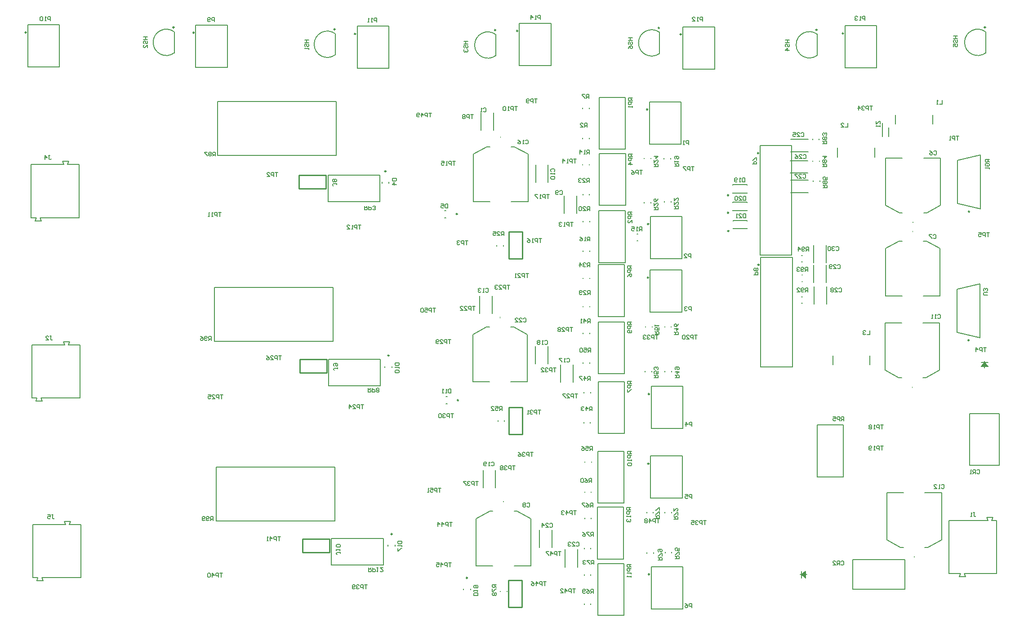
<source format=gbo>
G04*
G04 #@! TF.GenerationSoftware,Altium Limited,Altium Designer,21.6.4 (81)*
G04*
G04 Layer_Color=32896*
%FSLAX43Y43*%
%MOMM*%
G71*
G04*
G04 #@! TF.SameCoordinates,346ECB39-7FB1-4B03-902B-A5351CF8790B*
G04*
G04*
G04 #@! TF.FilePolarity,Positive*
G04*
G01*
G75*
%ADD10C,0.200*%
%ADD11C,0.250*%
%ADD12C,0.254*%
%ADD13C,0.152*%
%ADD15C,0.127*%
D10*
X180621Y171169D02*
G03*
X180621Y167209I-1500J-1980D01*
G01*
X242038Y171271D02*
G03*
X242038Y167311I-1500J-1980D01*
G01*
X210313Y170814D02*
G03*
X210313Y166854I-1500J-1980D01*
G01*
X149760Y170763D02*
G03*
X149760Y166803I-1500J-1980D01*
G01*
X89206Y171271D02*
G03*
X89206Y167311I-1500J-1980D01*
G01*
X119534Y170915D02*
G03*
X119534Y166955I-1500J-1980D01*
G01*
X150571Y117471D02*
G03*
X150571Y117371I0J-50D01*
G01*
D02*
G03*
X150571Y117471I0J50D01*
G01*
D02*
G03*
X150571Y117371I0J-50D01*
G01*
X150673Y151450D02*
G03*
X150673Y151350I0J-50D01*
G01*
D02*
G03*
X150673Y151450I0J50D01*
G01*
D02*
G03*
X150673Y151350I0J-50D01*
G01*
X228575Y72229D02*
G03*
X228575Y72329I0J50D01*
G01*
D02*
G03*
X228575Y72229I0J-50D01*
G01*
D02*
G03*
X228575Y72329I0J50D01*
G01*
X228219Y104220D02*
G03*
X228219Y104320I0J50D01*
G01*
D02*
G03*
X228219Y104220I0J-50D01*
G01*
D02*
G03*
X228219Y104320I0J50D01*
G01*
X151206Y82775D02*
G03*
X151206Y82675I0J-50D01*
G01*
D02*
G03*
X151206Y82775I0J50D01*
G01*
D02*
G03*
X151206Y82675I0J-50D01*
G01*
X228295Y133670D02*
G03*
X228295Y133570I0J-50D01*
G01*
D02*
G03*
X228295Y133670I0J50D01*
G01*
D02*
G03*
X228295Y133570I0J-50D01*
G01*
X228346Y135316D02*
G03*
X228346Y135416I0J50D01*
G01*
D02*
G03*
X228346Y135316I0J-50D01*
G01*
D02*
G03*
X228346Y135416I0J50D01*
G01*
X223789Y151550D02*
Y153250D01*
X222539Y151550D02*
Y154100D01*
X168894Y71869D02*
Y81649D01*
X173854D01*
Y71869D02*
Y81649D01*
X168894Y71869D02*
X173854D01*
X118808Y70794D02*
X128588D01*
X118808D02*
Y75754D01*
X128588D01*
Y70794D02*
Y75754D01*
X173910Y61252D02*
Y71032D01*
X168950Y61252D02*
X173910D01*
X168950D02*
Y71032D01*
X173910D01*
X173910Y82435D02*
Y92215D01*
X168950Y82435D02*
X173910D01*
X168950D02*
Y92215D01*
X173910D01*
X169041Y106819D02*
Y116599D01*
X174001D01*
Y106819D02*
Y116599D01*
X169041Y106819D02*
X174001D01*
X118249Y104581D02*
X128029D01*
X118249D02*
Y109541D01*
X128029D01*
Y104581D02*
Y109541D01*
X174011Y95542D02*
Y105322D01*
X169051Y95542D02*
X174011D01*
X169051D02*
Y105322D01*
X174011D01*
Y117589D02*
Y127369D01*
X169051Y117589D02*
X174011D01*
X169051D02*
Y127369D01*
X174011D01*
X210291Y87363D02*
Y97143D01*
X215251D01*
Y87363D02*
Y97143D01*
X210291Y87363D02*
X215251D01*
X169270Y138544D02*
Y148324D01*
X174230D01*
Y138544D02*
Y148324D01*
X169270Y138544D02*
X174230D01*
X118148Y139272D02*
X127928D01*
X118148D02*
Y144232D01*
X127928D01*
Y139272D02*
Y144232D01*
X174133Y127774D02*
Y137554D01*
X169173Y127774D02*
X174133D01*
X169173D02*
Y137554D01*
X174133D01*
X174164Y149161D02*
Y158941D01*
X169204Y149161D02*
X174164D01*
X169204D02*
Y158941D01*
X174164D01*
X207344Y129124D02*
X207489D01*
X207344Y127874D02*
X207489D01*
X207395Y125466D02*
X207540D01*
X207395Y124216D02*
X207540D01*
X207369Y121351D02*
X207514D01*
X207369Y120101D02*
X207514D01*
X210785Y143082D02*
Y143227D01*
X209535Y143082D02*
Y143227D01*
X210734Y146841D02*
Y146986D01*
X209484Y146841D02*
Y146986D01*
X210683Y150930D02*
Y151076D01*
X209433Y150930D02*
Y151076D01*
X179492Y73003D02*
Y73148D01*
X178242Y73003D02*
Y73148D01*
X151882Y65739D02*
Y65884D01*
X150632Y65739D02*
Y65884D01*
X178191Y80598D02*
Y80743D01*
X179441Y80598D02*
Y80743D01*
X166405Y73841D02*
Y73987D01*
X167655Y73841D02*
Y73987D01*
X181645Y73054D02*
Y73199D01*
X182895Y73054D02*
Y73199D01*
X166405Y68812D02*
Y68957D01*
X167655Y68812D02*
Y68957D01*
X182870Y80623D02*
Y80768D01*
X181620Y80623D02*
Y80768D01*
X167655Y63326D02*
Y63471D01*
X166405Y63326D02*
Y63471D01*
X167757Y79506D02*
Y79651D01*
X166507Y79506D02*
Y79651D01*
X167808Y90132D02*
Y90277D01*
X166558Y90132D02*
Y90277D01*
X167757Y84443D02*
Y84588D01*
X166507Y84443D02*
Y84588D01*
X179162Y107166D02*
Y107311D01*
X177912Y107166D02*
Y107311D01*
X151399Y97879D02*
Y98024D01*
X150149Y97879D02*
Y98024D01*
X177988Y115615D02*
Y115760D01*
X179238Y115615D02*
Y115760D01*
X166177Y108808D02*
Y108953D01*
X167427Y108808D02*
Y108953D01*
X181620Y107176D02*
Y107321D01*
X182870Y107176D02*
Y107321D01*
X166355Y103229D02*
Y103374D01*
X167605Y103229D02*
Y103374D01*
X182819Y115615D02*
Y115760D01*
X181569Y115615D02*
Y115760D01*
X167579Y97540D02*
Y97685D01*
X166329Y97540D02*
Y97685D01*
X167452Y114396D02*
Y114541D01*
X166202Y114396D02*
Y114541D01*
X167427Y124743D02*
Y124888D01*
X166177Y124743D02*
Y124888D01*
X167427Y119425D02*
Y119570D01*
X166177Y119425D02*
Y119570D01*
X178984Y139018D02*
Y139163D01*
X177734Y139018D02*
Y139163D01*
X151222Y130890D02*
Y131035D01*
X149972Y130890D02*
Y131035D01*
X177734Y147365D02*
Y147510D01*
X178984Y147365D02*
Y147510D01*
X166151Y140516D02*
Y140662D01*
X167401Y140516D02*
Y140662D01*
X181544Y139170D02*
Y139315D01*
X182794Y139170D02*
Y139315D01*
X166177Y135436D02*
Y135582D01*
X167427Y135436D02*
Y135582D01*
X182718Y147324D02*
Y147469D01*
X181468Y147324D02*
Y147469D01*
X167427Y129890D02*
Y130035D01*
X166177Y129890D02*
Y130035D01*
X176356Y131912D02*
X176501D01*
X176356Y133162D02*
X176501D01*
X167376Y146181D02*
Y146326D01*
X166126Y146181D02*
Y146326D01*
X167376Y156788D02*
Y156934D01*
X166126Y156788D02*
Y156934D01*
X167351Y151108D02*
Y151253D01*
X166101Y151108D02*
Y151253D01*
X154200Y164930D02*
X160150D01*
Y172890D01*
X154200D02*
X160150D01*
X154200Y164930D02*
Y172890D01*
X215546Y164473D02*
X221496D01*
Y172433D01*
X215546D02*
X221496D01*
X215546Y164473D02*
Y172433D01*
X185010Y164270D02*
X190960D01*
Y172230D01*
X185010D02*
X190960D01*
X185010Y164270D02*
Y172230D01*
X123669Y164371D02*
X129619D01*
Y172331D01*
X123669D02*
X129619D01*
X123669Y164371D02*
Y172331D01*
X61647Y164651D02*
X67597D01*
Y172611D01*
X61647D02*
X67597D01*
X61647Y164651D02*
Y172611D01*
X93240Y164600D02*
X99190D01*
Y172560D01*
X93240D02*
X99190D01*
X93240Y164600D02*
Y172560D01*
X199666Y108136D02*
X205616D01*
Y128796D01*
X199666D02*
X205616D01*
X199666Y108136D02*
Y128796D01*
X199569Y129192D02*
X205519D01*
Y149852D01*
X199569D02*
X205519D01*
X199569Y129192D02*
Y149852D01*
X179021Y62492D02*
X184971D01*
Y70452D01*
X179021D02*
X184971D01*
X179021Y62492D02*
Y70452D01*
X178919Y83345D02*
X184869D01*
Y91305D01*
X178919D02*
X184869D01*
X178919Y83345D02*
Y91305D01*
X179021Y96477D02*
X184971D01*
Y104437D01*
X179021D02*
X184971D01*
X179021Y96477D02*
Y104437D01*
X178843Y118423D02*
X184793D01*
Y126383D01*
X178843D02*
X184793D01*
X178843Y118423D02*
Y126383D01*
X178868Y128532D02*
X184818D01*
Y136492D01*
X178868D02*
X184818D01*
X178868Y128532D02*
Y136492D01*
X178686Y150122D02*
X184636D01*
Y158082D01*
X178686D02*
X184636D01*
X178686Y150122D02*
Y158082D01*
X64232Y68381D02*
X64482Y67781D01*
X63282D02*
X64482D01*
X63282D02*
X63531Y68381D01*
X68481Y78981D02*
X68731Y78381D01*
X69432D02*
X69681Y78981D01*
X68481D02*
X69681D01*
X62581Y78381D02*
X68731D01*
X69431D02*
X71581D01*
Y68381D02*
Y78381D01*
X62581Y68381D02*
Y78381D01*
Y68381D02*
X63531D01*
X64231D02*
X71581D01*
X63902Y136249D02*
X64151Y135649D01*
X62951D02*
X64151D01*
X62951D02*
X63201Y136249D01*
X68151Y146849D02*
X68401Y146249D01*
X69101D02*
X69351Y146849D01*
X68151D02*
X69351D01*
X62251Y146249D02*
X68401D01*
X69101D02*
X71251D01*
Y136249D02*
Y146249D01*
X62251Y136249D02*
Y146249D01*
Y136249D02*
X63201D01*
X63901D02*
X71251D01*
X64062Y102249D02*
X64312Y101649D01*
X63112D02*
X64312D01*
X63112D02*
X63362Y102249D01*
X68312Y112849D02*
X68561Y112249D01*
X69262D02*
X69512Y112849D01*
X68312D02*
X69512D01*
X62412Y112249D02*
X68561D01*
X69262D02*
X71412D01*
Y102249D02*
Y112249D01*
X62412Y102249D02*
Y112249D01*
Y102249D02*
X63362D01*
X64062D02*
X71412D01*
X242223Y79768D02*
X242473Y79168D01*
X242223Y79768D02*
X243423D01*
X243174Y79168D02*
X243423Y79768D01*
X237974Y69168D02*
X238224Y68568D01*
X237024D02*
X237273Y69168D01*
X237024Y68568D02*
X238224D01*
X237974Y69168D02*
X244124D01*
X235124D02*
X237274D01*
X235124D02*
Y79168D01*
X244124Y69168D02*
Y79168D01*
X243174D02*
X244124D01*
X235124D02*
X242474D01*
X180621Y167209D02*
Y171169D01*
X242038Y167311D02*
Y171271D01*
X210313Y166854D02*
Y170814D01*
X149760Y166803D02*
Y170763D01*
X89206Y167311D02*
Y171271D01*
X119534Y166955D02*
Y170915D01*
X197134Y134150D02*
Y134227D01*
X194434Y134150D02*
X197134D01*
X194434D02*
Y134227D01*
X197134Y135622D02*
Y135700D01*
X194434D02*
X197134D01*
X194434Y135622D02*
Y135700D01*
X197083Y137604D02*
Y137682D01*
X194383Y137604D02*
X197083D01*
X194383D02*
Y137682D01*
X197083Y139077D02*
Y139154D01*
X194383D02*
X197083D01*
X194383Y139077D02*
Y139154D01*
X197083Y140906D02*
Y140984D01*
X194383Y140906D02*
X197083D01*
X194383D02*
Y140984D01*
X197083Y142379D02*
Y142456D01*
X194383D02*
X197083D01*
X194383Y142379D02*
Y142456D01*
X144998Y66067D02*
Y66317D01*
X143648Y66067D02*
Y66317D01*
X130825Y74322D02*
Y74572D01*
X129475Y74322D02*
Y74572D01*
X140354Y101128D02*
X140604D01*
X140354Y102478D02*
X140604D01*
X130240Y107977D02*
Y108227D01*
X128890Y107977D02*
Y108227D01*
X140134Y136231D02*
X140384D01*
X140134Y137581D02*
X140384D01*
X129656Y142699D02*
Y142949D01*
X128306Y142699D02*
Y142949D01*
X211973Y127734D02*
Y131041D01*
X209617Y127734D02*
Y131041D01*
X211973Y124001D02*
Y127307D01*
X209617Y124001D02*
Y127307D01*
X212074Y119937D02*
Y123243D01*
X209718Y119937D02*
Y123243D01*
X205281Y143316D02*
X208587D01*
X205281Y140960D02*
X208587D01*
X205193Y146999D02*
X208499D01*
X205193Y144643D02*
X208499D01*
X205331Y151038D02*
X208638D01*
X205331Y148682D02*
X208638D01*
X160309Y74039D02*
Y77345D01*
X157953Y74039D02*
Y77345D01*
X162830Y70381D02*
Y73688D01*
X165186Y70381D02*
Y73688D01*
X152571Y115621D02*
X153146D01*
X155721Y114221D01*
Y105321D02*
Y114221D01*
X152571Y105321D02*
X155721D01*
X145421D02*
X148571D01*
X145421D02*
Y114221D01*
X147996Y115621D01*
X148571D01*
X147361Y85354D02*
Y88660D01*
X149717Y85354D02*
Y88660D01*
X159547Y108696D02*
Y112002D01*
X157191Y108696D02*
Y112002D01*
X161941Y105230D02*
Y108536D01*
X164297Y105230D02*
Y108536D01*
X152673Y149600D02*
X153248D01*
X155823Y148200D01*
Y139300D02*
Y148200D01*
X152673Y139300D02*
X155823D01*
X145523D02*
X148673D01*
X145523D02*
Y148200D01*
X148098Y149600D01*
X148673D01*
X146751Y118196D02*
Y121502D01*
X149108Y118196D02*
Y121502D01*
X226000Y74079D02*
X226575D01*
X223425Y75479D02*
X226000Y74079D01*
X223425Y75479D02*
Y84379D01*
X226575D01*
X230575D02*
X233725D01*
Y75479D02*
Y84379D01*
X231150Y74079D02*
X233725Y75479D01*
X230575Y74079D02*
X231150D01*
X225644Y106070D02*
X226219D01*
X223069Y107470D02*
X225644Y106070D01*
X223069Y107470D02*
Y116370D01*
X226219D01*
X230219D02*
X233369D01*
Y107470D02*
Y116370D01*
X230794Y106070D02*
X233369Y107470D01*
X230219Y106070D02*
X230794D01*
X159623Y142873D02*
Y146179D01*
X157267Y142873D02*
Y146179D01*
X162626Y137070D02*
Y140376D01*
X164983Y137070D02*
Y140376D01*
X153206Y80925D02*
X153781D01*
X156356Y79525D01*
Y70625D02*
Y79525D01*
X153206Y70625D02*
X156356D01*
X146056D02*
X149206D01*
X146056D02*
Y79525D01*
X148631Y80925D01*
X149206D01*
X230295Y131820D02*
X230870D01*
X233445Y130420D01*
Y121520D02*
Y130420D01*
X230295Y121520D02*
X233445D01*
X223145D02*
X226295D01*
X223145D02*
Y130420D01*
X225720Y131820D01*
X226295D01*
X225771Y137166D02*
X226346D01*
X223196Y138566D02*
X225771Y137166D01*
X223196Y138566D02*
Y147466D01*
X226346D01*
X230346D02*
X233496D01*
Y138566D02*
Y147466D01*
X230921Y137166D02*
X233496Y138566D01*
X230346Y137166D02*
X230921D01*
X146980Y152728D02*
Y156034D01*
X149336Y152728D02*
Y156034D01*
X220238Y108497D02*
Y110247D01*
X213238Y108497D02*
Y110247D01*
X236617Y114656D02*
Y122783D01*
X240967Y123799D01*
Y113690D02*
Y123749D01*
X236617Y114656D02*
X240967Y113640D01*
X236719Y138913D02*
X241069Y137897D01*
Y137947D02*
Y148006D01*
X236719Y147040D02*
X241069Y148056D01*
X236719Y138913D02*
Y147040D01*
X214153Y147628D02*
Y149378D01*
X221153Y147628D02*
Y149378D01*
X225049Y153887D02*
Y155637D01*
X232049Y153887D02*
Y155637D01*
D11*
X153900Y171450D02*
G03*
X153900Y171450I-125J0D01*
G01*
X215246Y170993D02*
G03*
X215246Y170993I-125J0D01*
G01*
X184710Y170790D02*
G03*
X184710Y170790I-125J0D01*
G01*
X123369Y170891D02*
G03*
X123369Y170891I-125J0D01*
G01*
X61347Y171171D02*
G03*
X61347Y171171I-125J0D01*
G01*
X92940Y171120D02*
G03*
X92940Y171120I-125J0D01*
G01*
X199366Y127356D02*
G03*
X199366Y127356I-125J0D01*
G01*
X199269Y148412D02*
G03*
X199269Y148412I-125J0D01*
G01*
X178721Y69012D02*
G03*
X178721Y69012I-125J0D01*
G01*
X178619Y89865D02*
G03*
X178619Y89865I-125J0D01*
G01*
X178721Y102997D02*
G03*
X178721Y102997I-125J0D01*
G01*
X178543Y124943D02*
G03*
X178543Y124943I-125J0D01*
G01*
X178568Y135052D02*
G03*
X178568Y135052I-125J0D01*
G01*
X178386Y156642D02*
G03*
X178386Y156642I-125J0D01*
G01*
X180596Y172019D02*
G03*
X180596Y172019I-125J0D01*
G01*
X242013Y172121D02*
G03*
X242013Y172121I-125J0D01*
G01*
X210288Y171664D02*
G03*
X210288Y171664I-125J0D01*
G01*
X149735Y171613D02*
G03*
X149735Y171613I-125J0D01*
G01*
X89181Y172121D02*
G03*
X89181Y172121I-125J0D01*
G01*
X119509Y171765D02*
G03*
X119509Y171765I-125J0D01*
G01*
X193673Y133719D02*
G03*
X193673Y133719I-125J0D01*
G01*
X193622Y137173D02*
G03*
X193622Y137173I-125J0D01*
G01*
Y140475D02*
G03*
X193622Y140475I-125J0D01*
G01*
X144423Y68342D02*
G03*
X144423Y68342I-125J0D01*
G01*
X130250Y76597D02*
G03*
X130250Y76597I-125J0D01*
G01*
X142754Y101828D02*
G03*
X142754Y101828I-125J0D01*
G01*
X129665Y110252D02*
G03*
X129665Y110252I-125J0D01*
G01*
X142534Y136931D02*
G03*
X142534Y136931I-125J0D01*
G01*
X129081Y144974D02*
G03*
X129081Y144974I-125J0D01*
G01*
X238917Y113140D02*
G03*
X238917Y113140I-125J0D01*
G01*
X239019Y137397D02*
G03*
X239019Y137397I-125J0D01*
G01*
D12*
X113360Y73177D02*
Y75717D01*
X114884D02*
X116916D01*
X118440Y73177D02*
Y75717D01*
X113360Y73177D02*
X118440D01*
X113360Y75717D02*
X114884D01*
X116916D02*
X118440D01*
X112841Y106985D02*
Y109525D01*
X114365D02*
X116397D01*
X117921Y106985D02*
Y109525D01*
X112841Y106985D02*
X117921D01*
X112841Y109525D02*
X114365D01*
X116397D02*
X117921D01*
X112649Y141732D02*
Y144272D01*
X114173D02*
X116205D01*
X117729Y141732D02*
Y144272D01*
X112649Y141732D02*
X117729D01*
X112649Y144272D02*
X114173D01*
X116205D02*
X117729D01*
X152121Y67894D02*
X154661D01*
X152121Y62814D02*
Y67894D01*
Y62814D02*
X154661D01*
Y67894D01*
X152197Y133564D02*
X154737D01*
X152197Y128484D02*
Y133564D01*
Y128484D02*
X154737D01*
Y133564D01*
X152197Y100468D02*
X154737D01*
X152197Y95388D02*
Y100468D01*
Y95388D02*
X154737D01*
Y100468D01*
D13*
X217018Y66205D02*
Y71768D01*
Y66205D02*
X226771D01*
Y71768D01*
X217018D02*
X226771D01*
X208128Y68351D02*
Y69621D01*
X207366Y68986D02*
X208128Y69113D01*
X207366Y68986D02*
X208128Y69240D01*
X207366Y68986D02*
X208128Y69367D01*
X207366Y68986D02*
X208128Y69494D01*
X207366Y68986D02*
X208128Y69621D01*
X207366Y68986D02*
X208128Y68859D01*
X207366Y68986D02*
X208128Y68732D01*
X207366Y68986D02*
X208128Y68605D01*
X207366Y68986D02*
X208128Y68478D01*
X207366Y68986D02*
X208128Y68351D01*
X207366D02*
Y69621D01*
X207112Y68986D02*
X208382D01*
X239027Y99289D02*
X244589D01*
X239027Y89535D02*
Y99289D01*
Y89535D02*
X244589D01*
Y99289D01*
X241173Y108179D02*
X242443D01*
X241808Y108941D02*
X241935Y108179D01*
X241808Y108941D02*
X242062Y108179D01*
X241808Y108941D02*
X242189Y108179D01*
X241808Y108941D02*
X242316Y108179D01*
X241808Y108941D02*
X242443Y108179D01*
X241681D02*
X241808Y108941D01*
X241554Y108179D02*
X241808Y108941D01*
X241427Y108179D02*
X241808Y108941D01*
X241300Y108179D02*
X241808Y108941D01*
X241173Y108179D02*
X241808Y108941D01*
X241173D02*
X242443D01*
X241808Y107925D02*
Y109195D01*
X119685Y147955D02*
Y158115D01*
X97333D02*
X119685D01*
X97333Y147955D02*
Y158115D01*
Y147955D02*
X119685D01*
X96749Y112903D02*
X119101D01*
X96749D02*
Y123063D01*
X119101D01*
Y112903D02*
Y123063D01*
X97130Y79096D02*
X119482D01*
X97130D02*
Y89256D01*
X119482D01*
Y79096D02*
Y89256D01*
D15*
X65824Y173355D02*
Y174117D01*
X65443D01*
X65316Y173990D01*
Y173736D01*
X65443Y173609D01*
X65824D01*
X65062Y173355D02*
X64808D01*
X64935D01*
Y174117D01*
X65062Y173990D01*
X64427D02*
X64300Y174117D01*
X64046D01*
X63919Y173990D01*
Y173482D01*
X64046Y173355D01*
X64300D01*
X64427Y173482D01*
Y173990D01*
X235966Y170510D02*
X236728D01*
X236347D01*
Y170002D01*
X235966D01*
X236728D01*
X236093Y169240D02*
X235966Y169367D01*
Y169621D01*
X236093Y169748D01*
X236220D01*
X236347Y169621D01*
Y169367D01*
X236474Y169240D01*
X236601D01*
X236728Y169367D01*
Y169621D01*
X236601Y169748D01*
X235966Y168479D02*
Y168986D01*
X236347D01*
X236220Y168732D01*
Y168605D01*
X236347Y168479D01*
X236601D01*
X236728Y168605D01*
Y168859D01*
X236601Y168986D01*
X164261Y115519D02*
X163754D01*
X164007D01*
Y114757D01*
X163500D02*
Y115519D01*
X163119D01*
X162992Y115392D01*
Y115138D01*
X163119Y115011D01*
X163500D01*
X162230Y114757D02*
X162738D01*
X162230Y115265D01*
Y115392D01*
X162357Y115519D01*
X162611D01*
X162738Y115392D01*
X161976D02*
X161849Y115519D01*
X161595D01*
X161468Y115392D01*
Y115265D01*
X161595Y115138D01*
X161468Y115011D01*
Y114884D01*
X161595Y114757D01*
X161849D01*
X161976Y114884D01*
Y115011D01*
X161849Y115138D01*
X161976Y115265D01*
Y115392D01*
X161849Y115138D02*
X161595D01*
X211379Y141910D02*
X212141D01*
Y142291D01*
X212014Y142418D01*
X211760D01*
X211633Y142291D01*
Y141910D01*
Y142164D02*
X211379Y142418D01*
X212014Y142672D02*
X212141Y142799D01*
Y143053D01*
X212014Y143180D01*
X211887D01*
X211760Y143053D01*
X211633Y143180D01*
X211506D01*
X211379Y143053D01*
Y142799D01*
X211506Y142672D01*
X211633D01*
X211760Y142799D01*
X211887Y142672D01*
X212014D01*
X211760Y142799D02*
Y143053D01*
X212141Y143941D02*
Y143434D01*
X211760D01*
X211887Y143688D01*
Y143815D01*
X211760Y143941D01*
X211506D01*
X211379Y143815D01*
Y143561D01*
X211506Y143434D01*
X96164Y113132D02*
Y113893D01*
X95783D01*
X95656Y113767D01*
Y113513D01*
X95783Y113386D01*
X96164D01*
X95910D02*
X95656Y113132D01*
X95402Y113259D02*
X95275Y113132D01*
X95021D01*
X94894Y113259D01*
Y113767D01*
X95021Y113893D01*
X95275D01*
X95402Y113767D01*
Y113640D01*
X95275Y113513D01*
X94894D01*
X94133Y113893D02*
X94387Y113767D01*
X94641Y113513D01*
Y113259D01*
X94514Y113132D01*
X94260D01*
X94133Y113259D01*
Y113386D01*
X94260Y113513D01*
X94641D01*
X221387Y154381D02*
Y153873D01*
X221513D01*
X222021Y154381D01*
X222148D01*
Y153873D01*
Y153619D02*
Y153365D01*
Y153492D01*
X221387D01*
X221513Y153619D01*
X159283Y67640D02*
X158775D01*
X159029D01*
Y66878D01*
X158521D02*
Y67640D01*
X158140D01*
X158013Y67513D01*
Y67259D01*
X158140Y67132D01*
X158521D01*
X157379Y66878D02*
Y67640D01*
X157759Y67259D01*
X157252D01*
X156490Y67640D02*
X156744Y67513D01*
X156998Y67259D01*
Y67005D01*
X156871Y66878D01*
X156617D01*
X156490Y67005D01*
Y67132D01*
X156617Y67259D01*
X156998D01*
X167284Y158725D02*
Y159486D01*
X166903D01*
X166776Y159360D01*
Y159106D01*
X166903Y158979D01*
X167284D01*
X167030D02*
X166776Y158725D01*
X166522Y159486D02*
X166015D01*
Y159360D01*
X166522Y158852D01*
Y158725D01*
X139471Y85268D02*
X138963D01*
X139217D01*
Y84506D01*
X138709D02*
Y85268D01*
X138328D01*
X138201Y85141D01*
Y84887D01*
X138328Y84760D01*
X138709D01*
X137440Y85268D02*
X137947D01*
Y84887D01*
X137694Y85014D01*
X137567D01*
X137440Y84887D01*
Y84633D01*
X137567Y84506D01*
X137821D01*
X137947Y84633D01*
X137186Y84506D02*
X136932D01*
X137059D01*
Y85268D01*
X137186Y85141D01*
X138430Y119177D02*
X137922D01*
X138176D01*
Y118415D01*
X137668D02*
Y119177D01*
X137287D01*
X137160Y119050D01*
Y118796D01*
X137287Y118669D01*
X137668D01*
X136398Y119177D02*
X136906D01*
Y118796D01*
X136652Y118923D01*
X136525D01*
X136398Y118796D01*
Y118542D01*
X136525Y118415D01*
X136779D01*
X136906Y118542D01*
X136144Y119050D02*
X136017Y119177D01*
X135763D01*
X135636Y119050D01*
Y118542D01*
X135763Y118415D01*
X136017D01*
X136144Y118542D01*
Y119050D01*
X137693Y155981D02*
X137185D01*
X137439D01*
Y155220D01*
X136931D02*
Y155981D01*
X136550D01*
X136423Y155854D01*
Y155600D01*
X136550Y155473D01*
X136931D01*
X135789Y155220D02*
Y155981D01*
X136169Y155600D01*
X135662D01*
X135408Y155346D02*
X135281Y155220D01*
X135027D01*
X134900Y155346D01*
Y155854D01*
X135027Y155981D01*
X135281D01*
X135408Y155854D01*
Y155727D01*
X135281Y155600D01*
X134900D01*
X239700Y80645D02*
X239954D01*
X239827D01*
Y80010D01*
X239954Y79883D01*
X240081D01*
X240208Y80010D01*
X239446Y79883D02*
X239192D01*
X239319D01*
Y80645D01*
X239446Y80518D01*
X155334Y150774D02*
X155461Y150901D01*
X155714D01*
X155841Y150774D01*
Y150266D01*
X155714Y150140D01*
X155461D01*
X155334Y150266D01*
X155080Y150140D02*
X154826D01*
X154953D01*
Y150901D01*
X155080Y150774D01*
X153937Y150901D02*
X154191Y150774D01*
X154445Y150520D01*
Y150266D01*
X154318Y150140D01*
X154064D01*
X153937Y150266D01*
Y150393D01*
X154064Y150520D01*
X154445D01*
X214782Y71374D02*
X214909Y71501D01*
X215163D01*
X215290Y71374D01*
Y70866D01*
X215163Y70739D01*
X214909D01*
X214782Y70866D01*
X214528Y70739D02*
Y71501D01*
X214147D01*
X214020Y71374D01*
Y71120D01*
X214147Y70993D01*
X214528D01*
X214274D02*
X214020Y70739D01*
X213259D02*
X213767D01*
X213259Y71247D01*
Y71374D01*
X213386Y71501D01*
X213640D01*
X213767Y71374D01*
X196799Y140259D02*
Y139497D01*
X196418D01*
X196291Y139624D01*
Y140132D01*
X196418Y140259D01*
X196799D01*
X195529Y139497D02*
X196037D01*
X195529Y140005D01*
Y140132D01*
X195656Y140259D01*
X195910D01*
X196037Y140132D01*
X195275D02*
X195148Y140259D01*
X194894D01*
X194768Y140132D01*
Y139624D01*
X194894Y139497D01*
X195148D01*
X195275Y139624D01*
Y140132D01*
X196634Y143738D02*
Y142977D01*
X196253D01*
X196126Y143104D01*
Y143612D01*
X196253Y143738D01*
X196634D01*
X195872Y142977D02*
X195618D01*
X195745D01*
Y143738D01*
X195872Y143612D01*
X195237Y143104D02*
X195110Y142977D01*
X194856D01*
X194729Y143104D01*
Y143612D01*
X194856Y143738D01*
X195110D01*
X195237Y143612D01*
Y143485D01*
X195110Y143358D01*
X194729D01*
X146380Y65012D02*
X145618D01*
Y65392D01*
X145745Y65519D01*
X146253D01*
X146380Y65392D01*
Y65012D01*
X145618Y65773D02*
Y66027D01*
Y65900D01*
X146380D01*
X146253Y65773D01*
Y66408D02*
X146380Y66535D01*
Y66789D01*
X146253Y66916D01*
X146126D01*
X145999Y66789D01*
X145872Y66916D01*
X145745D01*
X145618Y66789D01*
Y66535D01*
X145745Y66408D01*
X145872D01*
X145999Y66535D01*
X146126Y66408D01*
X146253D01*
X145999Y66535D02*
Y66789D01*
X141338Y103937D02*
Y103175D01*
X140957D01*
X140830Y103302D01*
Y103810D01*
X140957Y103937D01*
X141338D01*
X140576Y103175D02*
X140322D01*
X140449D01*
Y103937D01*
X140576Y103810D01*
X139941Y103175D02*
X139688D01*
X139815D01*
Y103937D01*
X139941Y103810D01*
X140716Y138836D02*
Y138075D01*
X140335D01*
X140208Y138201D01*
Y138709D01*
X140335Y138836D01*
X140716D01*
X139446D02*
X139954D01*
Y138455D01*
X139700Y138582D01*
X139573D01*
X139446Y138455D01*
Y138201D01*
X139573Y138075D01*
X139827D01*
X139954Y138201D01*
X180594Y79451D02*
X180086D01*
X180340D01*
Y78689D01*
X179832D02*
Y79451D01*
X179451D01*
X179324Y79324D01*
Y79070D01*
X179451Y78943D01*
X179832D01*
X178690Y78689D02*
Y79451D01*
X179070Y79070D01*
X178563D01*
X178309Y79324D02*
X178182Y79451D01*
X177928D01*
X177801Y79324D01*
Y79197D01*
X177928Y79070D01*
X177801Y78943D01*
Y78816D01*
X177928Y78689D01*
X178182D01*
X178309Y78816D01*
Y78943D01*
X178182Y79070D01*
X178309Y79197D01*
Y79324D01*
X178182Y79070D02*
X177928D01*
X162001Y73279D02*
X161493D01*
X161747D01*
Y72517D01*
X161239D02*
Y73279D01*
X160858D01*
X160731Y73152D01*
Y72898D01*
X160858Y72771D01*
X161239D01*
X160096Y72517D02*
Y73279D01*
X160477Y72898D01*
X159969D01*
X159715Y73279D02*
X159208D01*
Y73152D01*
X159715Y72644D01*
Y72517D01*
X141376Y71196D02*
X140868D01*
X141122D01*
Y70434D01*
X140614D02*
Y71196D01*
X140233D01*
X140106Y71069D01*
Y70815D01*
X140233Y70688D01*
X140614D01*
X139472Y70434D02*
Y71196D01*
X139852Y70815D01*
X139345D01*
X138583Y71196D02*
X139091D01*
Y70815D01*
X138837Y70942D01*
X138710D01*
X138583Y70815D01*
Y70561D01*
X138710Y70434D01*
X138964D01*
X139091Y70561D01*
X141528Y78841D02*
X141021D01*
X141274D01*
Y78080D01*
X140767D02*
Y78841D01*
X140386D01*
X140259Y78715D01*
Y78461D01*
X140386Y78334D01*
X140767D01*
X139624Y78080D02*
Y78841D01*
X140005Y78461D01*
X139497D01*
X138862Y78080D02*
Y78841D01*
X139243Y78461D01*
X138735D01*
X164922Y80975D02*
X164414D01*
X164668D01*
Y80213D01*
X164160D02*
Y80975D01*
X163779D01*
X163652Y80848D01*
Y80594D01*
X163779Y80467D01*
X164160D01*
X163017Y80213D02*
Y80975D01*
X163398Y80594D01*
X162890D01*
X162636Y80848D02*
X162510Y80975D01*
X162256D01*
X162129Y80848D01*
Y80721D01*
X162256Y80594D01*
X162383D01*
X162256D01*
X162129Y80467D01*
Y80340D01*
X162256Y80213D01*
X162510D01*
X162636Y80340D01*
X164744Y66268D02*
X164236D01*
X164490D01*
Y65507D01*
X163982D02*
Y66268D01*
X163601D01*
X163474Y66142D01*
Y65888D01*
X163601Y65761D01*
X163982D01*
X162840Y65507D02*
Y66268D01*
X163220Y65888D01*
X162713D01*
X161951Y65507D02*
X162459D01*
X161951Y66015D01*
Y66142D01*
X162078Y66268D01*
X162332D01*
X162459Y66142D01*
X220751Y157277D02*
X220244D01*
X220497D01*
Y156515D01*
X219990D02*
Y157277D01*
X219609D01*
X219482Y157150D01*
Y156896D01*
X219609Y156769D01*
X219990D01*
X219228Y157150D02*
X219101Y157277D01*
X218847D01*
X218720Y157150D01*
Y157023D01*
X218847Y156896D01*
X218974D01*
X218847D01*
X218720Y156769D01*
Y156642D01*
X218847Y156515D01*
X219101D01*
X219228Y156642D01*
X218085Y156515D02*
Y157277D01*
X218466Y156896D01*
X217958D01*
X175336Y92163D02*
X174574D01*
Y91783D01*
X174701Y91656D01*
X174955D01*
X175082Y91783D01*
Y92163D01*
Y91910D02*
X175336Y91656D01*
Y91402D02*
X174574D01*
Y91021D01*
X174701Y90894D01*
X174955D01*
X175082Y91021D01*
Y91402D01*
X175336Y90640D02*
Y90386D01*
Y90513D01*
X174574D01*
X174701Y90640D01*
Y90005D02*
X174574Y89878D01*
Y89624D01*
X174701Y89497D01*
X175209D01*
X175336Y89624D01*
Y89878D01*
X175209Y90005D01*
X174701D01*
X175361Y116535D02*
X174600D01*
Y116154D01*
X174727Y116027D01*
X174981D01*
X175108Y116154D01*
Y116535D01*
Y116281D02*
X175361Y116027D01*
Y115773D02*
X174600D01*
Y115392D01*
X174727Y115265D01*
X174981D01*
X175108Y115392D01*
Y115773D01*
X175235Y115011D02*
X175361Y114884D01*
Y114630D01*
X175235Y114504D01*
X174727D01*
X174600Y114630D01*
Y114884D01*
X174727Y115011D01*
X174854D01*
X174981Y114884D01*
Y114504D01*
X175361Y105384D02*
X174600D01*
Y105003D01*
X174727Y104876D01*
X174981D01*
X175108Y105003D01*
Y105384D01*
Y105130D02*
X175361Y104876D01*
Y104623D02*
X174600D01*
Y104242D01*
X174727Y104115D01*
X174981D01*
X175108Y104242D01*
Y104623D01*
X174600Y103861D02*
Y103353D01*
X174727D01*
X175235Y103861D01*
X175361D01*
Y127152D02*
X174600D01*
Y126771D01*
X174727Y126644D01*
X174981D01*
X175108Y126771D01*
Y127152D01*
Y126898D02*
X175361Y126644D01*
Y126390D02*
X174600D01*
Y126009D01*
X174727Y125882D01*
X174981D01*
X175108Y126009D01*
Y126390D01*
X174600Y125121D02*
X174727Y125375D01*
X174981Y125629D01*
X175235D01*
X175361Y125502D01*
Y125248D01*
X175235Y125121D01*
X175108D01*
X174981Y125248D01*
Y125629D01*
X175514Y148209D02*
X174752D01*
Y147828D01*
X174879Y147701D01*
X175133D01*
X175260Y147828D01*
Y148209D01*
Y147955D02*
X175514Y147701D01*
Y147447D02*
X174752D01*
Y147066D01*
X174879Y146939D01*
X175133D01*
X175260Y147066D01*
Y147447D01*
X175514Y146304D02*
X174752D01*
X175133Y146685D01*
Y146177D01*
X175412Y137287D02*
X174651D01*
Y136906D01*
X174777Y136779D01*
X175031D01*
X175158Y136906D01*
Y137287D01*
Y137033D02*
X175412Y136779D01*
Y136525D02*
X174651D01*
Y136144D01*
X174777Y136017D01*
X175031D01*
X175158Y136144D01*
Y136525D01*
X175412Y135255D02*
Y135763D01*
X174904Y135255D01*
X174777D01*
X174651Y135382D01*
Y135636D01*
X174777Y135763D01*
X175463Y158801D02*
X174701D01*
Y158420D01*
X174828Y158293D01*
X175082D01*
X175209Y158420D01*
Y158801D01*
Y158547D02*
X175463Y158293D01*
Y158039D02*
X174701D01*
Y157658D01*
X174828Y157531D01*
X175082D01*
X175209Y157658D01*
Y158039D01*
X175463Y157277D02*
Y157023D01*
Y157150D01*
X174701D01*
X174828Y157277D01*
X180289Y71705D02*
X181051D01*
Y72085D01*
X180924Y72212D01*
X180670D01*
X180543Y72085D01*
Y71705D01*
Y71958D02*
X180289Y72212D01*
X181051Y72466D02*
Y72974D01*
X180924D01*
X180416Y72466D01*
X180289D01*
X180416Y73228D02*
X180289Y73355D01*
Y73609D01*
X180416Y73736D01*
X180924D01*
X181051Y73609D01*
Y73355D01*
X180924Y73228D01*
X180797D01*
X180670Y73355D01*
Y73736D01*
X168148Y76175D02*
Y76936D01*
X167767D01*
X167640Y76810D01*
Y76556D01*
X167767Y76429D01*
X168148D01*
X167894D02*
X167640Y76175D01*
X167386Y76936D02*
X166878D01*
Y76810D01*
X167386Y76302D01*
Y76175D01*
X166116Y76936D02*
X166370Y76810D01*
X166624Y76556D01*
Y76302D01*
X166497Y76175D01*
X166243D01*
X166116Y76302D01*
Y76429D01*
X166243Y76556D01*
X166624D01*
X183541Y71959D02*
X184302D01*
Y72339D01*
X184175Y72466D01*
X183921D01*
X183794Y72339D01*
Y71959D01*
Y72212D02*
X183541Y72466D01*
X184302Y72720D02*
Y73228D01*
X184175D01*
X183667Y72720D01*
X183541D01*
X184302Y73990D02*
Y73482D01*
X183921D01*
X184048Y73736D01*
Y73863D01*
X183921Y73990D01*
X183667D01*
X183541Y73863D01*
Y73609D01*
X183667Y73482D01*
X168198Y70892D02*
Y71653D01*
X167818D01*
X167691Y71526D01*
Y71272D01*
X167818Y71145D01*
X168198D01*
X167945D02*
X167691Y70892D01*
X167437Y71653D02*
X166929D01*
Y71526D01*
X167437Y71018D01*
Y70892D01*
X166675Y71526D02*
X166548Y71653D01*
X166294D01*
X166167Y71526D01*
Y71399D01*
X166294Y71272D01*
X166421D01*
X166294D01*
X166167Y71145D01*
Y71018D01*
X166294Y70892D01*
X166548D01*
X166675Y71018D01*
X183261Y79426D02*
X184023D01*
Y79807D01*
X183896Y79934D01*
X183642D01*
X183515Y79807D01*
Y79426D01*
Y79680D02*
X183261Y79934D01*
X184023Y80188D02*
Y80696D01*
X183896D01*
X183388Y80188D01*
X183261D01*
Y81457D02*
Y80950D01*
X183769Y81457D01*
X183896D01*
X184023Y81331D01*
Y81077D01*
X183896Y80950D01*
X168173Y65456D02*
Y66218D01*
X167792D01*
X167665Y66091D01*
Y65837D01*
X167792Y65710D01*
X168173D01*
X167919D02*
X167665Y65456D01*
X166903Y66218D02*
X167157Y66091D01*
X167411Y65837D01*
Y65583D01*
X167284Y65456D01*
X167030D01*
X166903Y65583D01*
Y65710D01*
X167030Y65837D01*
X167411D01*
X166650Y65583D02*
X166523Y65456D01*
X166269D01*
X166142Y65583D01*
Y66091D01*
X166269Y66218D01*
X166523D01*
X166650Y66091D01*
Y65964D01*
X166523Y65837D01*
X166142D01*
X168046Y81687D02*
Y82448D01*
X167665D01*
X167538Y82321D01*
Y82067D01*
X167665Y81940D01*
X168046D01*
X167792D02*
X167538Y81687D01*
X166776Y82448D02*
X167030Y82321D01*
X167284Y82067D01*
Y81813D01*
X167157Y81687D01*
X166903D01*
X166776Y81813D01*
Y81940D01*
X166903Y82067D01*
X167284D01*
X166523Y82448D02*
X166015D01*
Y82321D01*
X166523Y81813D01*
Y81687D01*
X167436Y137541D02*
Y138303D01*
X167056D01*
X166929Y138176D01*
Y137922D01*
X167056Y137795D01*
X167436D01*
X167183D02*
X166929Y137541D01*
X166167D02*
X166675D01*
X166167Y138049D01*
Y138176D01*
X166294Y138303D01*
X166548D01*
X166675Y138176D01*
X165913D02*
X165786Y138303D01*
X165532D01*
X165405Y138176D01*
Y137668D01*
X165532Y137541D01*
X165786D01*
X165913Y137668D01*
Y138176D01*
X177279Y133757D02*
Y134518D01*
X176898D01*
X176771Y134391D01*
Y134137D01*
X176898Y134010D01*
X177279D01*
X177025D02*
X176771Y133757D01*
X176517D02*
X176263D01*
X176390D01*
Y134518D01*
X176517Y134391D01*
X175375Y134518D02*
X175882D01*
Y134137D01*
X175629Y134264D01*
X175502D01*
X175375Y134137D01*
Y133883D01*
X175502Y133757D01*
X175755D01*
X175882Y133883D01*
X186664Y62738D02*
Y63500D01*
X186284D01*
X186157Y63373D01*
Y63119D01*
X186284Y62992D01*
X186664D01*
X185395Y63500D02*
X185649Y63373D01*
X185903Y63119D01*
Y62865D01*
X185776Y62738D01*
X185522D01*
X185395Y62865D01*
Y62992D01*
X185522Y63119D01*
X185903D01*
X196799Y136982D02*
Y136220D01*
X196418D01*
X196291Y136347D01*
Y136855D01*
X196418Y136982D01*
X196799D01*
X195529Y136220D02*
X196037D01*
X195529Y136728D01*
Y136855D01*
X195656Y136982D01*
X195910D01*
X196037Y136855D01*
X195275Y136220D02*
X195021D01*
X195148D01*
Y136982D01*
X195275Y136855D01*
X175184Y81572D02*
X174422D01*
Y81191D01*
X174549Y81064D01*
X174803D01*
X174930Y81191D01*
Y81572D01*
Y81318D02*
X175184Y81064D01*
Y80810D02*
X174422D01*
Y80429D01*
X174549Y80302D01*
X174803D01*
X174930Y80429D01*
Y80810D01*
X175184Y80048D02*
Y79794D01*
Y79921D01*
X174422D01*
X174549Y80048D01*
Y79413D02*
X174422Y79286D01*
Y79032D01*
X174549Y78906D01*
X174676D01*
X174803Y79032D01*
Y79159D01*
Y79032D01*
X174930Y78906D01*
X175057D01*
X175184Y79032D01*
Y79286D01*
X175057Y79413D01*
X175285Y70878D02*
X174524D01*
Y70497D01*
X174650Y70370D01*
X174904D01*
X175031Y70497D01*
Y70878D01*
Y70624D02*
X175285Y70370D01*
Y70117D02*
X174524D01*
Y69736D01*
X174650Y69609D01*
X174904D01*
X175031Y69736D01*
Y70117D01*
X175285Y69355D02*
Y69101D01*
Y69228D01*
X174524D01*
X174650Y69355D01*
X175285Y68720D02*
Y68466D01*
Y68593D01*
X174524D01*
X174650Y68720D01*
X153390Y89459D02*
X152882D01*
X153136D01*
Y88697D01*
X152628D02*
Y89459D01*
X152248D01*
X152121Y89332D01*
Y89078D01*
X152248Y88951D01*
X152628D01*
X151867Y89332D02*
X151740Y89459D01*
X151486D01*
X151359Y89332D01*
Y89205D01*
X151486Y89078D01*
X151613D01*
X151486D01*
X151359Y88951D01*
Y88824D01*
X151486Y88697D01*
X151740D01*
X151867Y88824D01*
X151105Y89332D02*
X150978Y89459D01*
X150724D01*
X150597Y89332D01*
Y89205D01*
X150724Y89078D01*
X150597Y88951D01*
Y88824D01*
X150724Y88697D01*
X150978D01*
X151105Y88824D01*
Y88951D01*
X150978Y89078D01*
X151105Y89205D01*
Y89332D01*
X150978Y89078D02*
X150724D01*
X146431Y86538D02*
X145923D01*
X146177D01*
Y85776D01*
X145669D02*
Y86538D01*
X145288D01*
X145161Y86411D01*
Y86157D01*
X145288Y86030D01*
X145669D01*
X144907Y86411D02*
X144780Y86538D01*
X144526D01*
X144399Y86411D01*
Y86284D01*
X144526Y86157D01*
X144653D01*
X144526D01*
X144399Y86030D01*
Y85903D01*
X144526Y85776D01*
X144780D01*
X144907Y85903D01*
X144145Y86538D02*
X143637D01*
Y86411D01*
X144145Y85903D01*
Y85776D01*
X156768Y91999D02*
X156261D01*
X156514D01*
Y91237D01*
X156007D02*
Y91999D01*
X155626D01*
X155499Y91872D01*
Y91618D01*
X155626Y91491D01*
X156007D01*
X155245Y91872D02*
X155118Y91999D01*
X154864D01*
X154737Y91872D01*
Y91745D01*
X154864Y91618D01*
X154991D01*
X154864D01*
X154737Y91491D01*
Y91364D01*
X154864Y91237D01*
X155118D01*
X155245Y91364D01*
X153975Y91999D02*
X154229Y91872D01*
X154483Y91618D01*
Y91364D01*
X154356Y91237D01*
X154102D01*
X153975Y91364D01*
Y91491D01*
X154102Y91618D01*
X154483D01*
X189407Y79146D02*
X188900D01*
X189153D01*
Y78385D01*
X188646D02*
Y79146D01*
X188265D01*
X188138Y79019D01*
Y78765D01*
X188265Y78638D01*
X188646D01*
X187884Y79019D02*
X187757Y79146D01*
X187503D01*
X187376Y79019D01*
Y78892D01*
X187503Y78765D01*
X187630D01*
X187503D01*
X187376Y78638D01*
Y78511D01*
X187503Y78385D01*
X187757D01*
X187884Y78511D01*
X186614Y79146D02*
X187122D01*
Y78765D01*
X186868Y78892D01*
X186741D01*
X186614Y78765D01*
Y78511D01*
X186741Y78385D01*
X186995D01*
X187122Y78511D01*
X180289Y114097D02*
X179781D01*
X180035D01*
Y113335D01*
X179527D02*
Y114097D01*
X179147D01*
X179020Y113970D01*
Y113716D01*
X179147Y113589D01*
X179527D01*
X178766Y113970D02*
X178639Y114097D01*
X178385D01*
X178258Y113970D01*
Y113843D01*
X178385Y113716D01*
X178512D01*
X178385D01*
X178258Y113589D01*
Y113462D01*
X178385Y113335D01*
X178639D01*
X178766Y113462D01*
X178004Y113970D02*
X177877Y114097D01*
X177623D01*
X177496Y113970D01*
Y113843D01*
X177623Y113716D01*
X177750D01*
X177623D01*
X177496Y113589D01*
Y113462D01*
X177623Y113335D01*
X177877D01*
X178004Y113462D01*
X161086Y107899D02*
X160579D01*
X160832D01*
Y107137D01*
X160325D02*
Y107899D01*
X159944D01*
X159817Y107772D01*
Y107518D01*
X159944Y107391D01*
X160325D01*
X159563Y107772D02*
X159436Y107899D01*
X159182D01*
X159055Y107772D01*
Y107645D01*
X159182Y107518D01*
X159309D01*
X159182D01*
X159055Y107391D01*
Y107264D01*
X159182Y107137D01*
X159436D01*
X159563Y107264D01*
X158293Y107137D02*
X158801D01*
X158293Y107645D01*
Y107772D01*
X158420Y107899D01*
X158674D01*
X158801Y107772D01*
X158267Y99949D02*
X157760D01*
X158013D01*
Y99187D01*
X157506D02*
Y99949D01*
X157125D01*
X156998Y99822D01*
Y99568D01*
X157125Y99441D01*
X157506D01*
X156744Y99822D02*
X156617Y99949D01*
X156363D01*
X156236Y99822D01*
Y99695D01*
X156363Y99568D01*
X156490D01*
X156363D01*
X156236Y99441D01*
Y99314D01*
X156363Y99187D01*
X156617D01*
X156744Y99314D01*
X155982Y99187D02*
X155728D01*
X155855D01*
Y99949D01*
X155982Y99822D01*
X141782Y99288D02*
X141275D01*
X141528D01*
Y98527D01*
X141021D02*
Y99288D01*
X140640D01*
X140513Y99162D01*
Y98908D01*
X140640Y98781D01*
X141021D01*
X140259Y99162D02*
X140132Y99288D01*
X139878D01*
X139751Y99162D01*
Y99035D01*
X139878Y98908D01*
X140005D01*
X139878D01*
X139751Y98781D01*
Y98654D01*
X139878Y98527D01*
X140132D01*
X140259Y98654D01*
X139497Y99162D02*
X139370Y99288D01*
X139116D01*
X138989Y99162D01*
Y98654D01*
X139116Y98527D01*
X139370D01*
X139497Y98654D01*
Y99162D01*
X141300Y113258D02*
X140792D01*
X141046D01*
Y112497D01*
X140538D02*
Y113258D01*
X140157D01*
X140030Y113132D01*
Y112878D01*
X140157Y112751D01*
X140538D01*
X139268Y112497D02*
X139776D01*
X139268Y113005D01*
Y113132D01*
X139395Y113258D01*
X139649D01*
X139776Y113132D01*
X139014Y112624D02*
X138888Y112497D01*
X138634D01*
X138507Y112624D01*
Y113132D01*
X138634Y113258D01*
X138888D01*
X139014Y113132D01*
Y113005D01*
X138888Y112878D01*
X138507D01*
X165150Y103022D02*
X164643D01*
X164896D01*
Y102261D01*
X164389D02*
Y103022D01*
X164008D01*
X163881Y102895D01*
Y102641D01*
X164008Y102514D01*
X164389D01*
X163119Y102261D02*
X163627D01*
X163119Y102768D01*
Y102895D01*
X163246Y103022D01*
X163500D01*
X163627Y102895D01*
X162865Y103022D02*
X162357D01*
Y102895D01*
X162865Y102387D01*
Y102261D01*
X152395Y123545D02*
X151887D01*
X152141D01*
Y122784D01*
X151633D02*
Y123545D01*
X151252D01*
X151125Y123419D01*
Y123165D01*
X151252Y123038D01*
X151633D01*
X150364Y122784D02*
X150872D01*
X150364Y123292D01*
Y123419D01*
X150491Y123545D01*
X150745D01*
X150872Y123419D01*
X150110D02*
X149983Y123545D01*
X149729D01*
X149602Y123419D01*
Y123292D01*
X149729Y123165D01*
X149856D01*
X149729D01*
X149602Y123038D01*
Y122911D01*
X149729Y122784D01*
X149983D01*
X150110Y122911D01*
X145846Y119558D02*
X145339D01*
X145592D01*
Y118796D01*
X145085D02*
Y119558D01*
X144704D01*
X144577Y119431D01*
Y119177D01*
X144704Y119050D01*
X145085D01*
X143815Y118796D02*
X144323D01*
X143815Y119304D01*
Y119431D01*
X143942Y119558D01*
X144196D01*
X144323Y119431D01*
X143053Y118796D02*
X143561D01*
X143053Y119304D01*
Y119431D01*
X143180Y119558D01*
X143434D01*
X143561Y119431D01*
X155905Y125730D02*
X155397D01*
X155651D01*
Y124968D01*
X155143D02*
Y125730D01*
X154763D01*
X154636Y125603D01*
Y125349D01*
X154763Y125222D01*
X155143D01*
X153874Y124968D02*
X154382D01*
X153874Y125476D01*
Y125603D01*
X154001Y125730D01*
X154255D01*
X154382Y125603D01*
X153620Y124968D02*
X153366D01*
X153493D01*
Y125730D01*
X153620Y125603D01*
X187706Y114097D02*
X187198D01*
X187452D01*
Y113335D01*
X186944D02*
Y114097D01*
X186563D01*
X186436Y113970D01*
Y113716D01*
X186563Y113589D01*
X186944D01*
X185675Y113335D02*
X186182D01*
X185675Y113843D01*
Y113970D01*
X185802Y114097D01*
X186056D01*
X186182Y113970D01*
X185421D02*
X185294Y114097D01*
X185040D01*
X184913Y113970D01*
Y113462D01*
X185040Y113335D01*
X185294D01*
X185421Y113462D01*
Y113970D01*
X159804Y140589D02*
X159296D01*
X159550D01*
Y139827D01*
X159042D02*
Y140589D01*
X158661D01*
X158534Y140462D01*
Y140208D01*
X158661Y140081D01*
X159042D01*
X158280Y139827D02*
X158026D01*
X158153D01*
Y140589D01*
X158280Y140462D01*
X157645Y140589D02*
X157138D01*
Y140462D01*
X157645Y139954D01*
Y139827D01*
X158381Y132334D02*
X157873D01*
X158127D01*
Y131572D01*
X157620D02*
Y132334D01*
X157239D01*
X157112Y132207D01*
Y131953D01*
X157239Y131826D01*
X157620D01*
X156858Y131572D02*
X156604D01*
X156731D01*
Y132334D01*
X156858Y132207D01*
X155715Y132334D02*
X155969Y132207D01*
X156223Y131953D01*
Y131699D01*
X156096Y131572D01*
X155842D01*
X155715Y131699D01*
Y131826D01*
X155842Y131953D01*
X156223D01*
X142176Y146913D02*
X141668D01*
X141922D01*
Y146152D01*
X141414D02*
Y146913D01*
X141033D01*
X140906Y146787D01*
Y146533D01*
X141033Y146406D01*
X141414D01*
X140653Y146152D02*
X140399D01*
X140526D01*
Y146913D01*
X140653Y146787D01*
X139510Y146913D02*
X140018D01*
Y146533D01*
X139764Y146660D01*
X139637D01*
X139510Y146533D01*
Y146279D01*
X139637Y146152D01*
X139891D01*
X140018Y146279D01*
X164960Y147320D02*
X164452D01*
X164706D01*
Y146558D01*
X164198D02*
Y147320D01*
X163817D01*
X163690Y147193D01*
Y146939D01*
X163817Y146812D01*
X164198D01*
X163436Y146558D02*
X163182D01*
X163309D01*
Y147320D01*
X163436Y147193D01*
X162421Y146558D02*
Y147320D01*
X162802Y146939D01*
X162294D01*
X164350Y135382D02*
X163842D01*
X164096D01*
Y134620D01*
X163589D02*
Y135382D01*
X163208D01*
X163081Y135255D01*
Y135001D01*
X163208Y134874D01*
X163589D01*
X162827Y134620D02*
X162573D01*
X162700D01*
Y135382D01*
X162827Y135255D01*
X162192D02*
X162065Y135382D01*
X161811D01*
X161684Y135255D01*
Y135128D01*
X161811Y135001D01*
X161938D01*
X161811D01*
X161684Y134874D01*
Y134747D01*
X161811Y134620D01*
X162065D01*
X162192Y134747D01*
X153822Y157200D02*
X153315D01*
X153568D01*
Y156439D01*
X153061D02*
Y157200D01*
X152680D01*
X152553Y157073D01*
Y156819D01*
X152680Y156693D01*
X153061D01*
X152299Y156439D02*
X152045D01*
X152172D01*
Y157200D01*
X152299Y157073D01*
X151664D02*
X151537Y157200D01*
X151283D01*
X151156Y157073D01*
Y156566D01*
X151283Y156439D01*
X151537D01*
X151664Y156566D01*
Y157073D01*
X157581Y158623D02*
X157073D01*
X157327D01*
Y157861D01*
X156820D02*
Y158623D01*
X156439D01*
X156312Y158496D01*
Y158242D01*
X156439Y158115D01*
X156820D01*
X156058Y157988D02*
X155931Y157861D01*
X155677D01*
X155550Y157988D01*
Y158496D01*
X155677Y158623D01*
X155931D01*
X156058Y158496D01*
Y158369D01*
X155931Y158242D01*
X155550D01*
X187096Y145847D02*
X186589D01*
X186842D01*
Y145085D01*
X186335D02*
Y145847D01*
X185954D01*
X185827Y145720D01*
Y145466D01*
X185954Y145339D01*
X186335D01*
X185573Y145847D02*
X185065D01*
Y145720D01*
X185573Y145212D01*
Y145085D01*
X177342Y145161D02*
X176835D01*
X177089D01*
Y144399D01*
X176581D02*
Y145161D01*
X176200D01*
X176073Y145034D01*
Y144780D01*
X176200Y144653D01*
X176581D01*
X175311Y145161D02*
X175565Y145034D01*
X175819Y144780D01*
Y144526D01*
X175692Y144399D01*
X175438D01*
X175311Y144526D01*
Y144653D01*
X175438Y144780D01*
X175819D01*
X144500Y131927D02*
X143992D01*
X144246D01*
Y131166D01*
X143739D02*
Y131927D01*
X143358D01*
X143231Y131801D01*
Y131547D01*
X143358Y131420D01*
X143739D01*
X142977Y131801D02*
X142850Y131927D01*
X142596D01*
X142469Y131801D01*
Y131674D01*
X142596Y131547D01*
X142723D01*
X142596D01*
X142469Y131420D01*
Y131293D01*
X142596Y131166D01*
X142850D01*
X142977Y131293D01*
X208661Y129947D02*
Y130708D01*
X208280D01*
X208153Y130581D01*
Y130327D01*
X208280Y130200D01*
X208661D01*
X208407D02*
X208153Y129947D01*
X207899Y130073D02*
X207772Y129947D01*
X207518D01*
X207391Y130073D01*
Y130581D01*
X207518Y130708D01*
X207772D01*
X207899Y130581D01*
Y130454D01*
X207772Y130327D01*
X207391D01*
X206756Y129947D02*
Y130708D01*
X207137Y130327D01*
X206629D01*
X208483Y126111D02*
Y126873D01*
X208102D01*
X207975Y126746D01*
Y126492D01*
X208102Y126365D01*
X208483D01*
X208229D02*
X207975Y126111D01*
X207721Y126238D02*
X207594Y126111D01*
X207340D01*
X207213Y126238D01*
Y126746D01*
X207340Y126873D01*
X207594D01*
X207721Y126746D01*
Y126619D01*
X207594Y126492D01*
X207213D01*
X206959Y126746D02*
X206832Y126873D01*
X206578D01*
X206452Y126746D01*
Y126619D01*
X206578Y126492D01*
X206705D01*
X206578D01*
X206452Y126365D01*
Y126238D01*
X206578Y126111D01*
X206832D01*
X206959Y126238D01*
X208534Y122225D02*
Y122987D01*
X208153D01*
X208026Y122860D01*
Y122606D01*
X208153Y122479D01*
X208534D01*
X208280D02*
X208026Y122225D01*
X207772Y122352D02*
X207645Y122225D01*
X207391D01*
X207264Y122352D01*
Y122860D01*
X207391Y122987D01*
X207645D01*
X207772Y122860D01*
Y122733D01*
X207645Y122606D01*
X207264D01*
X206502Y122225D02*
X207010D01*
X206502Y122733D01*
Y122860D01*
X206629Y122987D01*
X206883D01*
X207010Y122860D01*
X211303Y145898D02*
X212064D01*
Y146279D01*
X211938Y146406D01*
X211684D01*
X211557Y146279D01*
Y145898D01*
Y146152D02*
X211303Y146406D01*
X211938Y146660D02*
X212064Y146787D01*
Y147041D01*
X211938Y147168D01*
X211811D01*
X211684Y147041D01*
X211557Y147168D01*
X211430D01*
X211303Y147041D01*
Y146787D01*
X211430Y146660D01*
X211557D01*
X211684Y146787D01*
X211811Y146660D01*
X211938D01*
X211684Y146787D02*
Y147041D01*
X211303Y147802D02*
X212064D01*
X211684Y147421D01*
Y147929D01*
X211328Y150216D02*
X212090D01*
Y150597D01*
X211963Y150724D01*
X211709D01*
X211582Y150597D01*
Y150216D01*
Y150470D02*
X211328Y150724D01*
X211963Y150978D02*
X212090Y151105D01*
Y151359D01*
X211963Y151486D01*
X211836D01*
X211709Y151359D01*
X211582Y151486D01*
X211455D01*
X211328Y151359D01*
Y151105D01*
X211455Y150978D01*
X211582D01*
X211709Y151105D01*
X211836Y150978D01*
X211963D01*
X211709Y151105D02*
Y151359D01*
X211963Y151739D02*
X212090Y151866D01*
Y152120D01*
X211963Y152247D01*
X211836D01*
X211709Y152120D01*
Y151993D01*
Y152120D01*
X211582Y152247D01*
X211455D01*
X211328Y152120D01*
Y151866D01*
X211455Y151739D01*
X149860Y67056D02*
X149098D01*
Y66675D01*
X149225Y66548D01*
X149479D01*
X149606Y66675D01*
Y67056D01*
Y66802D02*
X149860Y66548D01*
X149098Y66294D02*
Y65786D01*
X149225D01*
X149733Y66294D01*
X149860D01*
X149225Y65532D02*
X149098Y65405D01*
Y65151D01*
X149225Y65024D01*
X149352D01*
X149479Y65151D01*
X149606Y65024D01*
X149733D01*
X149860Y65151D01*
Y65405D01*
X149733Y65532D01*
X149606D01*
X149479Y65405D01*
X149352Y65532D01*
X149225D01*
X149479Y65405D02*
Y65151D01*
X179858Y79604D02*
X180619D01*
Y79985D01*
X180492Y80112D01*
X180238D01*
X180111Y79985D01*
Y79604D01*
Y79858D02*
X179858Y80112D01*
X180619Y80366D02*
Y80874D01*
X180492D01*
X179984Y80366D01*
X179858D01*
X180619Y81127D02*
Y81635D01*
X180492D01*
X179984Y81127D01*
X179858D01*
X167817Y86335D02*
Y87096D01*
X167437D01*
X167310Y86970D01*
Y86716D01*
X167437Y86589D01*
X167817D01*
X167564D02*
X167310Y86335D01*
X166548Y87096D02*
X166802Y86970D01*
X167056Y86716D01*
Y86462D01*
X166929Y86335D01*
X166675D01*
X166548Y86462D01*
Y86589D01*
X166675Y86716D01*
X167056D01*
X166294Y86970D02*
X166167Y87096D01*
X165913D01*
X165786Y86970D01*
Y86462D01*
X165913Y86335D01*
X166167D01*
X166294Y86462D01*
Y86970D01*
X167944Y92380D02*
Y93142D01*
X167564D01*
X167437Y93015D01*
Y92761D01*
X167564Y92634D01*
X167944D01*
X167691D02*
X167437Y92380D01*
X166675Y93142D02*
X167183D01*
Y92761D01*
X166929Y92888D01*
X166802D01*
X166675Y92761D01*
Y92507D01*
X166802Y92380D01*
X167056D01*
X167183Y92507D01*
X165913Y93142D02*
X166167Y93015D01*
X166421Y92761D01*
Y92507D01*
X166294Y92380D01*
X166040D01*
X165913Y92507D01*
Y92634D01*
X166040Y92761D01*
X166421D01*
X179578Y106045D02*
X180340D01*
Y106426D01*
X180213Y106553D01*
X179959D01*
X179832Y106426D01*
Y106045D01*
Y106299D02*
X179578Y106553D01*
X180340Y107315D02*
Y106807D01*
X179959D01*
X180086Y107061D01*
Y107188D01*
X179959Y107315D01*
X179705D01*
X179578Y107188D01*
Y106934D01*
X179705Y106807D01*
X180213Y107569D02*
X180340Y107696D01*
Y107950D01*
X180213Y108077D01*
X180086D01*
X179959Y107950D01*
Y107823D01*
Y107950D01*
X179832Y108077D01*
X179705D01*
X179578Y107950D01*
Y107696D01*
X179705Y107569D01*
X150926Y99898D02*
Y100660D01*
X150546D01*
X150419Y100533D01*
Y100279D01*
X150546Y100152D01*
X150926D01*
X150673D02*
X150419Y99898D01*
X149657Y100660D02*
X150165D01*
Y100279D01*
X149911Y100406D01*
X149784D01*
X149657Y100279D01*
Y100025D01*
X149784Y99898D01*
X150038D01*
X150165Y100025D01*
X148895Y99898D02*
X149403D01*
X148895Y100406D01*
Y100533D01*
X149022Y100660D01*
X149276D01*
X149403Y100533D01*
X179731Y114275D02*
X180492D01*
Y114656D01*
X180365Y114783D01*
X180111D01*
X179984Y114656D01*
Y114275D01*
Y114529D02*
X179731Y114783D01*
X180492Y115544D02*
Y115037D01*
X180111D01*
X180238Y115291D01*
Y115418D01*
X180111Y115544D01*
X179857D01*
X179731Y115418D01*
Y115164D01*
X179857Y115037D01*
X179731Y115798D02*
Y116052D01*
Y115925D01*
X180492D01*
X180365Y115798D01*
X167589Y110871D02*
Y111633D01*
X167208D01*
X167081Y111506D01*
Y111252D01*
X167208Y111125D01*
X167589D01*
X167335D02*
X167081Y110871D01*
X166319Y111633D02*
X166827D01*
Y111252D01*
X166573Y111379D01*
X166446D01*
X166319Y111252D01*
Y110998D01*
X166446Y110871D01*
X166700D01*
X166827Y110998D01*
X166065Y111506D02*
X165938Y111633D01*
X165684D01*
X165558Y111506D01*
Y110998D01*
X165684Y110871D01*
X165938D01*
X166065Y110998D01*
Y111506D01*
X183541Y106071D02*
X184302D01*
Y106452D01*
X184175Y106579D01*
X183921D01*
X183794Y106452D01*
Y106071D01*
Y106325D02*
X183541Y106579D01*
Y107213D02*
X184302D01*
X183921Y106832D01*
Y107340D01*
X183667Y107594D02*
X183541Y107721D01*
Y107975D01*
X183667Y108102D01*
X184175D01*
X184302Y107975D01*
Y107721D01*
X184175Y107594D01*
X184048D01*
X183921Y107721D01*
Y108102D01*
X167563Y105563D02*
Y106324D01*
X167183D01*
X167056Y106197D01*
Y105943D01*
X167183Y105816D01*
X167563D01*
X167310D02*
X167056Y105563D01*
X166421D02*
Y106324D01*
X166802Y105943D01*
X166294D01*
X166040Y106324D02*
X165532D01*
Y106197D01*
X166040Y105689D01*
Y105563D01*
X183414Y114173D02*
X184175D01*
Y114554D01*
X184048Y114681D01*
X183794D01*
X183667Y114554D01*
Y114173D01*
Y114427D02*
X183414Y114681D01*
Y115316D02*
X184175D01*
X183794Y114935D01*
Y115443D01*
X184175Y116205D02*
X184048Y115951D01*
X183794Y115697D01*
X183540D01*
X183414Y115824D01*
Y116078D01*
X183540Y116205D01*
X183667D01*
X183794Y116078D01*
Y115697D01*
X167894Y99848D02*
Y100609D01*
X167513D01*
X167386Y100482D01*
Y100228D01*
X167513Y100101D01*
X167894D01*
X167640D02*
X167386Y99848D01*
X166751D02*
Y100609D01*
X167132Y100228D01*
X166624D01*
X166370Y100482D02*
X166243Y100609D01*
X165989D01*
X165862Y100482D01*
Y100355D01*
X165989Y100228D01*
X166116D01*
X165989D01*
X165862Y100101D01*
Y99974D01*
X165989Y99848D01*
X166243D01*
X166370Y99974D01*
X167513Y116383D02*
Y117145D01*
X167132D01*
X167005Y117018D01*
Y116764D01*
X167132Y116637D01*
X167513D01*
X167259D02*
X167005Y116383D01*
X166370D02*
Y117145D01*
X166751Y116764D01*
X166243D01*
X165989Y116383D02*
X165735D01*
X165862D01*
Y117145D01*
X165989Y117018D01*
X167462Y126949D02*
Y127711D01*
X167081D01*
X166954Y127584D01*
Y127330D01*
X167081Y127203D01*
X167462D01*
X167208D02*
X166954Y126949D01*
X166700Y127584D02*
X166573Y127711D01*
X166319D01*
X166192Y127584D01*
Y127457D01*
X166319Y127330D01*
X166446D01*
X166319D01*
X166192Y127203D01*
Y127076D01*
X166319Y126949D01*
X166573D01*
X166700Y127076D01*
X165557Y126949D02*
Y127711D01*
X165938Y127330D01*
X165431D01*
X167513Y121742D02*
Y122504D01*
X167132D01*
X167005Y122377D01*
Y122123D01*
X167132Y121996D01*
X167513D01*
X167259D02*
X167005Y121742D01*
X166243D02*
X166751D01*
X166243Y122250D01*
Y122377D01*
X166370Y122504D01*
X166624D01*
X166751Y122377D01*
X165989Y121869D02*
X165862Y121742D01*
X165608D01*
X165481Y121869D01*
Y122377D01*
X165608Y122504D01*
X165862D01*
X165989Y122377D01*
Y122250D01*
X165862Y122123D01*
X165481D01*
X179527Y137745D02*
X180289D01*
Y138125D01*
X180162Y138252D01*
X179908D01*
X179781Y138125D01*
Y137745D01*
Y137998D02*
X179527Y138252D01*
Y139014D02*
Y138506D01*
X180035Y139014D01*
X180162D01*
X180289Y138887D01*
Y138633D01*
X180162Y138506D01*
X180289Y139776D02*
X180162Y139522D01*
X179908Y139268D01*
X179654D01*
X179527Y139395D01*
Y139649D01*
X179654Y139776D01*
X179781D01*
X179908Y139649D01*
Y139268D01*
X151282Y132868D02*
Y133629D01*
X150901D01*
X150774Y133502D01*
Y133248D01*
X150901Y133121D01*
X151282D01*
X151028D02*
X150774Y132868D01*
X150012D02*
X150520D01*
X150012Y133375D01*
Y133502D01*
X150139Y133629D01*
X150393D01*
X150520Y133502D01*
X149251Y133629D02*
X149759D01*
Y133248D01*
X149505Y133375D01*
X149378D01*
X149251Y133248D01*
Y132994D01*
X149378Y132868D01*
X149632D01*
X149759Y132994D01*
X179553Y145873D02*
X180314D01*
Y146253D01*
X180188Y146380D01*
X179934D01*
X179807Y146253D01*
Y145873D01*
Y146126D02*
X179553Y146380D01*
Y147142D02*
Y146634D01*
X180061Y147142D01*
X180188D01*
X180314Y147015D01*
Y146761D01*
X180188Y146634D01*
X179553Y147777D02*
X180314D01*
X179934Y147396D01*
Y147904D01*
X167411Y142875D02*
Y143637D01*
X167030D01*
X166903Y143510D01*
Y143256D01*
X167030Y143129D01*
X167411D01*
X167157D02*
X166903Y142875D01*
X166141D02*
X166649D01*
X166141Y143383D01*
Y143510D01*
X166268Y143637D01*
X166522D01*
X166649Y143510D01*
X165888D02*
X165761Y143637D01*
X165507D01*
X165380Y143510D01*
Y143383D01*
X165507Y143256D01*
X165634D01*
X165507D01*
X165380Y143129D01*
Y143002D01*
X165507Y142875D01*
X165761D01*
X165888Y143002D01*
X183388Y137922D02*
X184150D01*
Y138303D01*
X184023Y138430D01*
X183769D01*
X183642Y138303D01*
Y137922D01*
Y138176D02*
X183388Y138430D01*
Y139192D02*
Y138684D01*
X183896Y139192D01*
X184023D01*
X184150Y139065D01*
Y138811D01*
X184023Y138684D01*
X183388Y139954D02*
Y139446D01*
X183896Y139954D01*
X184023D01*
X184150Y139827D01*
Y139573D01*
X184023Y139446D01*
X183439Y145936D02*
X184201D01*
Y146317D01*
X184074Y146444D01*
X183820D01*
X183693Y146317D01*
Y145936D01*
Y146190D02*
X183439Y146444D01*
Y146698D02*
Y146952D01*
Y146825D01*
X184201D01*
X184074Y146698D01*
X183566Y147333D02*
X183439Y147460D01*
Y147713D01*
X183566Y147840D01*
X184074D01*
X184201Y147713D01*
Y147460D01*
X184074Y147333D01*
X183947D01*
X183820Y147460D01*
Y147840D01*
X167500Y131852D02*
Y132613D01*
X167119D01*
X166992Y132486D01*
Y132232D01*
X167119Y132105D01*
X167500D01*
X167246D02*
X166992Y131852D01*
X166738D02*
X166484D01*
X166611D01*
Y132613D01*
X166738Y132486D01*
X165596Y132613D02*
X165850Y132486D01*
X166103Y132232D01*
Y131978D01*
X165976Y131852D01*
X165723D01*
X165596Y131978D01*
Y132105D01*
X165723Y132232D01*
X166103D01*
X167398Y148260D02*
Y149022D01*
X167018D01*
X166891Y148895D01*
Y148641D01*
X167018Y148514D01*
X167398D01*
X167144D02*
X166891Y148260D01*
X166637D02*
X166383D01*
X166510D01*
Y149022D01*
X166637Y148895D01*
X165621Y148260D02*
Y149022D01*
X166002Y148641D01*
X165494D01*
X166929Y153315D02*
Y154076D01*
X166548D01*
X166421Y153949D01*
Y153695D01*
X166548Y153568D01*
X166929D01*
X166675D02*
X166421Y153315D01*
X165659D02*
X166167D01*
X165659Y153822D01*
Y153949D01*
X165786Y154076D01*
X166040D01*
X166167Y153949D01*
X198374Y125476D02*
X199136D01*
Y125857D01*
X199009Y125984D01*
X198755D01*
X198628Y125857D01*
Y125476D01*
X199009Y126238D02*
X199136Y126365D01*
Y126619D01*
X199009Y126746D01*
X198882D01*
X198755Y126619D01*
X198628Y126746D01*
X198501D01*
X198374Y126619D01*
Y126365D01*
X198501Y126238D01*
X198628D01*
X198755Y126365D01*
X198882Y126238D01*
X199009D01*
X198755Y126365D02*
Y126619D01*
X198095Y146330D02*
X198856D01*
Y146710D01*
X198730Y146837D01*
X198476D01*
X198349Y146710D01*
Y146330D01*
X198856Y147091D02*
Y147599D01*
X198730D01*
X198222Y147091D01*
X198095D01*
X186715Y83312D02*
Y84074D01*
X186334D01*
X186207Y83947D01*
Y83693D01*
X186334Y83566D01*
X186715D01*
X185446Y84074D02*
X185953D01*
Y83693D01*
X185700Y83820D01*
X185573D01*
X185446Y83693D01*
Y83439D01*
X185573Y83312D01*
X185826D01*
X185953Y83439D01*
X186715Y96927D02*
Y97688D01*
X186334D01*
X186207Y97561D01*
Y97307D01*
X186334Y97180D01*
X186715D01*
X185573Y96927D02*
Y97688D01*
X185953Y97307D01*
X185446D01*
X186563Y118694D02*
Y119456D01*
X186182D01*
X186055Y119329D01*
Y119075D01*
X186182Y118948D01*
X186563D01*
X185801Y119329D02*
X185674Y119456D01*
X185420D01*
X185293Y119329D01*
Y119202D01*
X185420Y119075D01*
X185547D01*
X185420D01*
X185293Y118948D01*
Y118821D01*
X185420Y118694D01*
X185674D01*
X185801Y118821D01*
X186537Y128651D02*
Y129413D01*
X186157D01*
X186030Y129286D01*
Y129032D01*
X186157Y128905D01*
X186537D01*
X185268Y128651D02*
X185776D01*
X185268Y129159D01*
Y129286D01*
X185395Y129413D01*
X185649D01*
X185776Y129286D01*
X186055Y150038D02*
Y150800D01*
X185674D01*
X185547Y150673D01*
Y150419D01*
X185674Y150292D01*
X186055D01*
X185293Y150038D02*
X185039D01*
X185166D01*
Y150800D01*
X185293Y150673D01*
X213842Y130683D02*
X213969Y130810D01*
X214223D01*
X214350Y130683D01*
Y130175D01*
X214223Y130048D01*
X213969D01*
X213842Y130175D01*
X213589Y130683D02*
X213462Y130810D01*
X213208D01*
X213081Y130683D01*
Y130556D01*
X213208Y130429D01*
X213335D01*
X213208D01*
X213081Y130302D01*
Y130175D01*
X213208Y130048D01*
X213462D01*
X213589Y130175D01*
X212827Y130683D02*
X212700Y130810D01*
X212446D01*
X212319Y130683D01*
Y130175D01*
X212446Y130048D01*
X212700D01*
X212827Y130175D01*
Y130683D01*
X214122Y127254D02*
X214249Y127381D01*
X214503D01*
X214630Y127254D01*
Y126746D01*
X214503Y126619D01*
X214249D01*
X214122Y126746D01*
X213360Y126619D02*
X213868D01*
X213360Y127127D01*
Y127254D01*
X213487Y127381D01*
X213741D01*
X213868Y127254D01*
X213106Y126746D02*
X212979Y126619D01*
X212725D01*
X212598Y126746D01*
Y127254D01*
X212725Y127381D01*
X212979D01*
X213106Y127254D01*
Y127127D01*
X212979Y127000D01*
X212598D01*
X214376Y122860D02*
X214503Y122987D01*
X214757D01*
X214884Y122860D01*
Y122352D01*
X214757Y122225D01*
X214503D01*
X214376Y122352D01*
X213614Y122225D02*
X214122D01*
X213614Y122733D01*
Y122860D01*
X213741Y122987D01*
X213995D01*
X214122Y122860D01*
X213360D02*
X213233Y122987D01*
X212979D01*
X212852Y122860D01*
Y122733D01*
X212979Y122606D01*
X212852Y122479D01*
Y122352D01*
X212979Y122225D01*
X213233D01*
X213360Y122352D01*
Y122479D01*
X213233Y122606D01*
X213360Y122733D01*
Y122860D01*
X213233Y122606D02*
X212979D01*
X207619Y144323D02*
X207746Y144450D01*
X208000D01*
X208127Y144323D01*
Y143815D01*
X208000Y143688D01*
X207746D01*
X207619Y143815D01*
X206858Y143688D02*
X207366D01*
X206858Y144196D01*
Y144323D01*
X206985Y144450D01*
X207239D01*
X207366Y144323D01*
X206604Y144450D02*
X206096D01*
Y144323D01*
X206604Y143815D01*
Y143688D01*
X207645Y148006D02*
X207772Y148133D01*
X208026D01*
X208153Y148006D01*
Y147498D01*
X208026Y147371D01*
X207772D01*
X207645Y147498D01*
X206883Y147371D02*
X207391D01*
X206883Y147879D01*
Y148006D01*
X207010Y148133D01*
X207264D01*
X207391Y148006D01*
X206121Y148133D02*
X206375Y148006D01*
X206629Y147752D01*
Y147498D01*
X206502Y147371D01*
X206248D01*
X206121Y147498D01*
Y147625D01*
X206248Y147752D01*
X206629D01*
X207289Y152171D02*
X207416Y152298D01*
X207670D01*
X207797Y152171D01*
Y151663D01*
X207670Y151537D01*
X207416D01*
X207289Y151663D01*
X206527Y151537D02*
X207035D01*
X206527Y152044D01*
Y152171D01*
X206654Y152298D01*
X206908D01*
X207035Y152171D01*
X205766Y152298D02*
X206274D01*
Y151917D01*
X206020Y152044D01*
X205893D01*
X205766Y151917D01*
Y151663D01*
X205893Y151537D01*
X206147D01*
X206274Y151663D01*
X159918Y78511D02*
X160045Y78638D01*
X160299D01*
X160426Y78511D01*
Y78003D01*
X160299Y77877D01*
X160045D01*
X159918Y78003D01*
X159156Y77877D02*
X159664D01*
X159156Y78384D01*
Y78511D01*
X159283Y78638D01*
X159537D01*
X159664Y78511D01*
X158522Y77877D02*
Y78638D01*
X158903Y78257D01*
X158395D01*
X164897Y74955D02*
X165024Y75082D01*
X165278D01*
X165404Y74955D01*
Y74447D01*
X165278Y74321D01*
X165024D01*
X164897Y74447D01*
X164135Y74321D02*
X164643D01*
X164135Y74828D01*
Y74955D01*
X164262Y75082D01*
X164516D01*
X164643Y74955D01*
X163881D02*
X163754Y75082D01*
X163500D01*
X163373Y74955D01*
Y74828D01*
X163500Y74701D01*
X163627D01*
X163500D01*
X163373Y74574D01*
Y74447D01*
X163500Y74321D01*
X163754D01*
X163881Y74447D01*
X154940Y117170D02*
X155067Y117297D01*
X155321D01*
X155448Y117170D01*
Y116662D01*
X155321Y116535D01*
X155067D01*
X154940Y116662D01*
X154178Y116535D02*
X154686D01*
X154178Y117043D01*
Y117170D01*
X154305Y117297D01*
X154559D01*
X154686Y117170D01*
X153416Y116535D02*
X153924D01*
X153416Y117043D01*
Y117170D01*
X153543Y117297D01*
X153797D01*
X153924Y117170D01*
X148907Y90068D02*
X149034Y90195D01*
X149288D01*
X149415Y90068D01*
Y89560D01*
X149288Y89434D01*
X149034D01*
X148907Y89560D01*
X148653Y89434D02*
X148400D01*
X148526D01*
Y90195D01*
X148653Y90068D01*
X148019Y89560D02*
X147892Y89434D01*
X147638D01*
X147511Y89560D01*
Y90068D01*
X147638Y90195D01*
X147892D01*
X148019Y90068D01*
Y89941D01*
X147892Y89814D01*
X147511D01*
X158966Y113005D02*
X159093Y113131D01*
X159347D01*
X159474Y113005D01*
Y112497D01*
X159347Y112370D01*
X159093D01*
X158966Y112497D01*
X158712Y112370D02*
X158458D01*
X158585D01*
Y113131D01*
X158712Y113005D01*
X158077D02*
X157950Y113131D01*
X157696D01*
X157569Y113005D01*
Y112878D01*
X157696Y112751D01*
X157569Y112624D01*
Y112497D01*
X157696Y112370D01*
X157950D01*
X158077Y112497D01*
Y112624D01*
X157950Y112751D01*
X158077Y112878D01*
Y113005D01*
X157950Y112751D02*
X157696D01*
X163131Y109626D02*
X163258Y109753D01*
X163512D01*
X163639Y109626D01*
Y109118D01*
X163512Y108992D01*
X163258D01*
X163131Y109118D01*
X162877Y108992D02*
X162624D01*
X162750D01*
Y109753D01*
X162877Y109626D01*
X162243Y109753D02*
X161735D01*
Y109626D01*
X162243Y109118D01*
Y108992D01*
X147841Y122809D02*
X147968Y122936D01*
X148221D01*
X148348Y122809D01*
Y122301D01*
X148221Y122174D01*
X147968D01*
X147841Y122301D01*
X147587Y122174D02*
X147333D01*
X147460D01*
Y122936D01*
X147587Y122809D01*
X146952D02*
X146825Y122936D01*
X146571D01*
X146444Y122809D01*
Y122682D01*
X146571Y122555D01*
X146698D01*
X146571D01*
X146444Y122428D01*
Y122301D01*
X146571Y122174D01*
X146825D01*
X146952Y122301D01*
X160223Y144920D02*
X160096Y145047D01*
Y145300D01*
X160223Y145427D01*
X160731D01*
X160858Y145300D01*
Y145047D01*
X160731Y144920D01*
X160858Y144666D02*
Y144412D01*
Y144539D01*
X160096D01*
X160223Y144666D01*
Y144031D02*
X160096Y143904D01*
Y143650D01*
X160223Y143523D01*
X160731D01*
X160858Y143650D01*
Y143904D01*
X160731Y144031D01*
X160223D01*
X161823Y141224D02*
X161950Y141351D01*
X162204D01*
X162331Y141224D01*
Y140716D01*
X162204Y140589D01*
X161950D01*
X161823Y140716D01*
X161569D02*
X161442Y140589D01*
X161189D01*
X161062Y140716D01*
Y141224D01*
X161189Y141351D01*
X161442D01*
X161569Y141224D01*
Y141097D01*
X161442Y140970D01*
X161062D01*
X155626Y82347D02*
X155753Y82474D01*
X156007D01*
X156134Y82347D01*
Y81839D01*
X156007Y81712D01*
X155753D01*
X155626Y81839D01*
X155372Y82347D02*
X155245Y82474D01*
X154991D01*
X154864Y82347D01*
Y82220D01*
X154991Y82093D01*
X154864Y81966D01*
Y81839D01*
X154991Y81712D01*
X155245D01*
X155372Y81839D01*
Y81966D01*
X155245Y82093D01*
X155372Y82220D01*
Y82347D01*
X155245Y82093D02*
X154991D01*
X158153Y173635D02*
Y174396D01*
X157772D01*
X157645Y174269D01*
Y174015D01*
X157772Y173888D01*
X158153D01*
X157391Y173635D02*
X157137D01*
X157264D01*
Y174396D01*
X157391Y174269D01*
X156375Y173635D02*
Y174396D01*
X156756Y174015D01*
X156248D01*
X219316Y173457D02*
Y174218D01*
X218935D01*
X218808Y174092D01*
Y173838D01*
X218935Y173711D01*
X219316D01*
X218554Y173457D02*
X218300D01*
X218427D01*
Y174218D01*
X218554Y174092D01*
X217919D02*
X217792Y174218D01*
X217539D01*
X217412Y174092D01*
Y173965D01*
X217539Y173838D01*
X217666D01*
X217539D01*
X217412Y173711D01*
Y173584D01*
X217539Y173457D01*
X217792D01*
X217919Y173584D01*
X188684Y173279D02*
Y174041D01*
X188303D01*
X188176Y173914D01*
Y173660D01*
X188303Y173533D01*
X188684D01*
X187922Y173279D02*
X187668D01*
X187795D01*
Y174041D01*
X187922Y173914D01*
X186779Y173279D02*
X187287D01*
X186779Y173787D01*
Y173914D01*
X186906Y174041D01*
X187160D01*
X187287Y173914D01*
X127317Y173127D02*
Y173888D01*
X126936D01*
X126809Y173761D01*
Y173507D01*
X126936Y173380D01*
X127317D01*
X126555Y173127D02*
X126302D01*
X126429D01*
Y173888D01*
X126555Y173761D01*
X125921Y173127D02*
X125667D01*
X125794D01*
Y173888D01*
X125921Y173761D01*
X96723Y173177D02*
Y173939D01*
X96342D01*
X96215Y173812D01*
Y173558D01*
X96342Y173431D01*
X96723D01*
X95961Y173304D02*
X95834Y173177D01*
X95580D01*
X95453Y173304D01*
Y173812D01*
X95580Y173939D01*
X95834D01*
X95961Y173812D01*
Y173685D01*
X95834Y173558D01*
X95453D01*
X174701Y170154D02*
X175463D01*
X175082D01*
Y169646D01*
X174701D01*
X175463D01*
X174828Y168885D02*
X174701Y169012D01*
Y169266D01*
X174828Y169393D01*
X174955D01*
X175082Y169266D01*
Y169012D01*
X175209Y168885D01*
X175336D01*
X175463Y169012D01*
Y169266D01*
X175336Y169393D01*
X174701Y168123D02*
X174828Y168377D01*
X175082Y168631D01*
X175336D01*
X175463Y168504D01*
Y168250D01*
X175336Y168123D01*
X175209D01*
X175082Y168250D01*
Y168631D01*
X204292Y169722D02*
X205054D01*
X204673D01*
Y169215D01*
X204292D01*
X205054D01*
X204419Y168453D02*
X204292Y168580D01*
Y168834D01*
X204419Y168961D01*
X204546D01*
X204673Y168834D01*
Y168580D01*
X204800Y168453D01*
X204927D01*
X205054Y168580D01*
Y168834D01*
X204927Y168961D01*
X205054Y167818D02*
X204292D01*
X204673Y168199D01*
Y167691D01*
X143713Y169519D02*
X144475D01*
X144094D01*
Y169011D01*
X143713D01*
X144475D01*
X143840Y168250D02*
X143713Y168377D01*
Y168631D01*
X143840Y168758D01*
X143967D01*
X144094Y168631D01*
Y168377D01*
X144221Y168250D01*
X144348D01*
X144475Y168377D01*
Y168631D01*
X144348Y168758D01*
X143840Y167996D02*
X143713Y167869D01*
Y167615D01*
X143840Y167488D01*
X143967D01*
X144094Y167615D01*
Y167742D01*
Y167615D01*
X144221Y167488D01*
X144348D01*
X144475Y167615D01*
Y167869D01*
X144348Y167996D01*
X83397Y170307D02*
X84159D01*
X83778D01*
Y169799D01*
X83397D01*
X84159D01*
X83524Y169037D02*
X83397Y169164D01*
Y169418D01*
X83524Y169545D01*
X83651D01*
X83778Y169418D01*
Y169164D01*
X83905Y169037D01*
X84032D01*
X84159Y169164D01*
Y169418D01*
X84032Y169545D01*
X84159Y168275D02*
Y168783D01*
X83651Y168275D01*
X83524D01*
X83397Y168402D01*
Y168656D01*
X83524Y168783D01*
X113741Y169773D02*
X114503D01*
X114122D01*
Y169265D01*
X113741D01*
X114503D01*
X113868Y168504D02*
X113741Y168631D01*
Y168885D01*
X113868Y169012D01*
X113995D01*
X114122Y168885D01*
Y168631D01*
X114249Y168504D01*
X114376D01*
X114503Y168631D01*
Y168885D01*
X114376Y169012D01*
X114503Y168250D02*
Y167996D01*
Y168123D01*
X113741D01*
X113868Y168250D01*
X120472Y73240D02*
Y72987D01*
Y73113D01*
X119837D01*
X119710Y72987D01*
Y72860D01*
X119837Y72733D01*
X119710Y73494D02*
Y73748D01*
Y73621D01*
X120472D01*
X120345Y73494D01*
Y74129D02*
X120472Y74256D01*
Y74510D01*
X120345Y74637D01*
X119837D01*
X119710Y74510D01*
Y74256D01*
X119837Y74129D01*
X120345D01*
X119964Y108000D02*
Y107747D01*
Y107873D01*
X119329D01*
X119202Y107747D01*
Y107620D01*
X119329Y107493D01*
Y108254D02*
X119202Y108381D01*
Y108635D01*
X119329Y108762D01*
X119837D01*
X119964Y108635D01*
Y108381D01*
X119837Y108254D01*
X119710D01*
X119583Y108381D01*
Y108762D01*
X119771Y142748D02*
Y142494D01*
Y142621D01*
X119137D01*
X119010Y142494D01*
Y142367D01*
X119137Y142240D01*
X119644Y143002D02*
X119771Y143129D01*
Y143382D01*
X119644Y143509D01*
X119518D01*
X119391Y143382D01*
X119264Y143509D01*
X119137D01*
X119010Y143382D01*
Y143129D01*
X119137Y143002D01*
X119264D01*
X119391Y143129D01*
X119518Y143002D01*
X119644D01*
X119391Y143129D02*
Y143382D01*
X96951Y147854D02*
Y148615D01*
X96571D01*
X96444Y148488D01*
Y148234D01*
X96571Y148107D01*
X96951D01*
X96698D02*
X96444Y147854D01*
X96190Y148488D02*
X96063Y148615D01*
X95809D01*
X95682Y148488D01*
Y148361D01*
X95809Y148234D01*
X95682Y148107D01*
Y147980D01*
X95809Y147854D01*
X96063D01*
X96190Y147980D01*
Y148107D01*
X96063Y148234D01*
X96190Y148361D01*
Y148488D01*
X96063Y148234D02*
X95809D01*
X95428Y148615D02*
X94920D01*
Y148488D01*
X95428Y147980D01*
Y147854D01*
X96494Y79147D02*
Y79908D01*
X96113D01*
X95986Y79781D01*
Y79527D01*
X96113Y79400D01*
X96494D01*
X96240D02*
X95986Y79147D01*
X95733Y79273D02*
X95606Y79147D01*
X95352D01*
X95225Y79273D01*
Y79781D01*
X95352Y79908D01*
X95606D01*
X95733Y79781D01*
Y79654D01*
X95606Y79527D01*
X95225D01*
X94971Y79273D02*
X94844Y79147D01*
X94590D01*
X94463Y79273D01*
Y79781D01*
X94590Y79908D01*
X94844D01*
X94971Y79781D01*
Y79654D01*
X94844Y79527D01*
X94463D01*
X109169Y76124D02*
X108661D01*
X108915D01*
Y75362D01*
X108407D02*
Y76124D01*
X108027D01*
X107900Y75997D01*
Y75743D01*
X108027Y75616D01*
X108407D01*
X107265Y75362D02*
Y76124D01*
X107646Y75743D01*
X107138D01*
X106884Y75362D02*
X106630D01*
X106757D01*
Y76124D01*
X106884Y75997D01*
X98272Y69240D02*
X97764D01*
X98018D01*
Y68479D01*
X97510D02*
Y69240D01*
X97130D01*
X97003Y69113D01*
Y68859D01*
X97130Y68732D01*
X97510D01*
X96368Y68479D02*
Y69240D01*
X96749Y68859D01*
X96241D01*
X95987Y69113D02*
X95860Y69240D01*
X95606D01*
X95479Y69113D01*
Y68605D01*
X95606Y68479D01*
X95860D01*
X95987Y68605D01*
Y69113D01*
X125526Y67005D02*
X125019D01*
X125272D01*
Y66243D01*
X124765D02*
Y67005D01*
X124384D01*
X124257Y66878D01*
Y66624D01*
X124384Y66497D01*
X124765D01*
X124003Y66878D02*
X123876Y67005D01*
X123622D01*
X123495Y66878D01*
Y66751D01*
X123622Y66624D01*
X123749D01*
X123622D01*
X123495Y66497D01*
Y66370D01*
X123622Y66243D01*
X123876D01*
X124003Y66370D01*
X123241D02*
X123114Y66243D01*
X122860D01*
X122733Y66370D01*
Y66878D01*
X122860Y67005D01*
X123114D01*
X123241Y66878D01*
Y66751D01*
X123114Y66624D01*
X122733D01*
X233693Y85827D02*
X233820Y85953D01*
X234073D01*
X234200Y85827D01*
Y85319D01*
X234073Y85192D01*
X233820D01*
X233693Y85319D01*
X233439Y85192D02*
X233185D01*
X233312D01*
Y85953D01*
X233439Y85827D01*
X232296Y85192D02*
X232804D01*
X232296Y85700D01*
Y85827D01*
X232423Y85953D01*
X232677D01*
X232804Y85827D01*
X220192Y114960D02*
Y114199D01*
X219685D01*
X219431Y114833D02*
X219304Y114960D01*
X219050D01*
X218923Y114833D01*
Y114706D01*
X219050Y114579D01*
X219177D01*
X219050D01*
X218923Y114452D01*
Y114325D01*
X219050Y114199D01*
X219304D01*
X219431Y114325D01*
X216078Y154076D02*
Y153315D01*
X215570D01*
X214808D02*
X215316D01*
X214808Y153822D01*
Y153949D01*
X214935Y154076D01*
X215189D01*
X215316Y153949D01*
X233807Y158369D02*
Y157607D01*
X233299D01*
X233045D02*
X232791D01*
X232918D01*
Y158369D01*
X233045Y158242D01*
X240385Y88621D02*
X240512Y88747D01*
X240766D01*
X240893Y88621D01*
Y88113D01*
X240766Y87986D01*
X240512D01*
X240385Y88113D01*
X240132Y87986D02*
Y88747D01*
X239751D01*
X239624Y88621D01*
Y88367D01*
X239751Y88240D01*
X240132D01*
X239878D02*
X239624Y87986D01*
X239370D02*
X239116D01*
X239243D01*
Y88747D01*
X239370Y88621D01*
X232981Y117881D02*
X233108Y118008D01*
X233362D01*
X233489Y117881D01*
Y117373D01*
X233362Y117247D01*
X233108D01*
X232981Y117373D01*
X232727Y117247D02*
X232474D01*
X232601D01*
Y118008D01*
X232727Y117881D01*
X232093Y117247D02*
X231839D01*
X231966D01*
Y118008D01*
X232093Y117881D01*
X232181Y132944D02*
X232308Y133070D01*
X232562D01*
X232689Y132944D01*
Y132436D01*
X232562Y132309D01*
X232308D01*
X232181Y132436D01*
X231927Y133070D02*
X231420D01*
Y132944D01*
X231927Y132436D01*
Y132309D01*
X232232Y148717D02*
X232359Y148844D01*
X232613D01*
X232740Y148717D01*
Y148209D01*
X232613Y148082D01*
X232359D01*
X232232Y148209D01*
X231470Y148844D02*
X231724Y148717D01*
X231978Y148463D01*
Y148209D01*
X231851Y148082D01*
X231597D01*
X231470Y148209D01*
Y148336D01*
X231597Y148463D01*
X231978D01*
X145516Y155651D02*
X145008D01*
X145262D01*
Y154889D01*
X144755D02*
Y155651D01*
X144374D01*
X144247Y155524D01*
Y155270D01*
X144374Y155143D01*
X144755D01*
X143993Y155524D02*
X143866Y155651D01*
X143612D01*
X143485Y155524D01*
Y155397D01*
X143612Y155270D01*
X143485Y155143D01*
Y155016D01*
X143612Y154889D01*
X143866D01*
X143993Y155016D01*
Y155143D01*
X143866Y155270D01*
X143993Y155397D01*
Y155524D01*
X143866Y155270D02*
X143612D01*
X242367Y121641D02*
X241732D01*
X241605Y121768D01*
Y122022D01*
X241732Y122149D01*
X242367D01*
X242240Y122403D02*
X242367Y122530D01*
Y122783D01*
X242240Y122910D01*
X242113D01*
X241986Y122783D01*
Y122656D01*
Y122783D01*
X241859Y122910D01*
X241732D01*
X241605Y122783D01*
Y122530D01*
X241732Y122403D01*
X109347Y110185D02*
X108839D01*
X109093D01*
Y109423D01*
X108585D02*
Y110185D01*
X108204D01*
X108077Y110058D01*
Y109804D01*
X108204Y109677D01*
X108585D01*
X107316Y109423D02*
X107823D01*
X107316Y109931D01*
Y110058D01*
X107443Y110185D01*
X107697D01*
X107823Y110058D01*
X106554Y110185D02*
X106808Y110058D01*
X107062Y109804D01*
Y109550D01*
X106935Y109423D01*
X106681D01*
X106554Y109550D01*
Y109677D01*
X106681Y109804D01*
X107062D01*
X98348Y102870D02*
X97841D01*
X98094D01*
Y102108D01*
X97587D02*
Y102870D01*
X97206D01*
X97079Y102743D01*
Y102489D01*
X97206Y102362D01*
X97587D01*
X96317Y102108D02*
X96825D01*
X96317Y102616D01*
Y102743D01*
X96444Y102870D01*
X96698D01*
X96825Y102743D01*
X95555Y102870D02*
X96063D01*
Y102489D01*
X95809Y102616D01*
X95682D01*
X95555Y102489D01*
Y102235D01*
X95682Y102108D01*
X95936D01*
X96063Y102235D01*
X124841Y100965D02*
X124333D01*
X124587D01*
Y100203D01*
X124079D02*
Y100965D01*
X123698D01*
X123571Y100838D01*
Y100584D01*
X123698Y100457D01*
X124079D01*
X122809Y100203D02*
X123317D01*
X122809Y100711D01*
Y100838D01*
X122936Y100965D01*
X123190D01*
X123317Y100838D01*
X122174Y100203D02*
Y100965D01*
X122555Y100584D01*
X122047D01*
X222719Y93192D02*
X222212D01*
X222466D01*
Y92431D01*
X221958D02*
Y93192D01*
X221577D01*
X221450Y93066D01*
Y92812D01*
X221577Y92685D01*
X221958D01*
X221196Y92431D02*
X220942D01*
X221069D01*
Y93192D01*
X221196Y93066D01*
X220561Y92558D02*
X220434Y92431D01*
X220180D01*
X220053Y92558D01*
Y93066D01*
X220180Y93192D01*
X220434D01*
X220561Y93066D01*
Y92939D01*
X220434Y92812D01*
X220053D01*
X222719Y97155D02*
X222212D01*
X222466D01*
Y96393D01*
X221958D02*
Y97155D01*
X221577D01*
X221450Y97028D01*
Y96774D01*
X221577Y96647D01*
X221958D01*
X221196Y96393D02*
X220942D01*
X221069D01*
Y97155D01*
X221196Y97028D01*
X220561D02*
X220434Y97155D01*
X220180D01*
X220053Y97028D01*
Y96901D01*
X220180Y96774D01*
X220053Y96647D01*
Y96520D01*
X220180Y96393D01*
X220434D01*
X220561Y96520D01*
Y96647D01*
X220434Y96774D01*
X220561Y96901D01*
Y97028D01*
X220434Y96774D02*
X220180D01*
X124371Y134848D02*
X123863D01*
X124117D01*
Y134087D01*
X123609D02*
Y134848D01*
X123228D01*
X123101Y134722D01*
Y134468D01*
X123228Y134341D01*
X123609D01*
X122847Y134087D02*
X122593D01*
X122720D01*
Y134848D01*
X122847Y134722D01*
X121705Y134087D02*
X122212D01*
X121705Y134595D01*
Y134722D01*
X121831Y134848D01*
X122085D01*
X122212Y134722D01*
X98031Y137261D02*
X97523D01*
X97777D01*
Y136500D01*
X97269D02*
Y137261D01*
X96888D01*
X96761Y137135D01*
Y136881D01*
X96888Y136754D01*
X97269D01*
X96507Y136500D02*
X96253D01*
X96380D01*
Y137261D01*
X96507Y137135D01*
X95873Y136500D02*
X95619D01*
X95746D01*
Y137261D01*
X95873Y137135D01*
X242722Y133451D02*
X242215D01*
X242468D01*
Y132690D01*
X241961D02*
Y133451D01*
X241580D01*
X241453Y133324D01*
Y133070D01*
X241580Y132944D01*
X241961D01*
X240691Y133451D02*
X241199D01*
Y133070D01*
X240945Y133197D01*
X240818D01*
X240691Y133070D01*
Y132817D01*
X240818Y132690D01*
X241072D01*
X241199Y132817D01*
X242112Y111760D02*
X241605D01*
X241859D01*
Y110998D01*
X241351D02*
Y111760D01*
X240970D01*
X240843Y111633D01*
Y111379D01*
X240970Y111252D01*
X241351D01*
X240208Y110998D02*
Y111760D01*
X240589Y111379D01*
X240081D01*
X108661Y144729D02*
X108153D01*
X108407D01*
Y143967D01*
X107899D02*
Y144729D01*
X107519D01*
X107392Y144602D01*
Y144348D01*
X107519Y144221D01*
X107899D01*
X106630Y143967D02*
X107138D01*
X106630Y144475D01*
Y144602D01*
X106757Y144729D01*
X107011D01*
X107138Y144602D01*
X236982Y151638D02*
X236474D01*
X236728D01*
Y150876D01*
X236220D02*
Y151638D01*
X235839D01*
X235712Y151511D01*
Y151257D01*
X235839Y151130D01*
X236220D01*
X235458Y150876D02*
X235205D01*
X235332D01*
Y151638D01*
X235458Y151511D01*
X125819Y70231D02*
Y69469D01*
X126200D01*
X126327Y69596D01*
Y69850D01*
X126200Y69977D01*
X125819D01*
X126073D02*
X126327Y70231D01*
X126581D02*
Y69469D01*
X126962D01*
X127089Y69596D01*
Y69850D01*
X126962Y69977D01*
X126581D01*
X127343Y70231D02*
X127597D01*
X127470D01*
Y69469D01*
X127343Y69596D01*
X128485Y70231D02*
X127978D01*
X128485Y69723D01*
Y69596D01*
X128359Y69469D01*
X128105D01*
X127978Y69596D01*
X125756Y104089D02*
Y103327D01*
X126137D01*
X126264Y103454D01*
Y103708D01*
X126137Y103835D01*
X125756D01*
X126010D02*
X126264Y104089D01*
X126517D02*
Y103327D01*
X126898D01*
X127025Y103454D01*
Y103708D01*
X126898Y103835D01*
X126517D01*
X127279Y103454D02*
X127406Y103327D01*
X127660D01*
X127787Y103454D01*
Y103581D01*
X127660Y103708D01*
X127787Y103835D01*
Y103962D01*
X127660Y104089D01*
X127406D01*
X127279Y103962D01*
Y103835D01*
X127406Y103708D01*
X127279Y103581D01*
Y103454D01*
X127406Y103708D02*
X127660D01*
X215316Y97968D02*
Y98730D01*
X214935D01*
X214808Y98603D01*
Y98349D01*
X214935Y98222D01*
X215316D01*
X215062D02*
X214808Y97968D01*
X214554D02*
Y98730D01*
X214173D01*
X214046Y98603D01*
Y98349D01*
X214173Y98222D01*
X214554D01*
X213284Y98730D02*
X213792D01*
Y98349D01*
X213538Y98476D01*
X213411D01*
X213284Y98349D01*
Y98095D01*
X213411Y97968D01*
X213665D01*
X213792Y98095D01*
X125070Y138455D02*
Y137694D01*
X125451D01*
X125578Y137820D01*
Y138074D01*
X125451Y138201D01*
X125070D01*
X125324D02*
X125578Y138455D01*
X125832D02*
Y137694D01*
X126213D01*
X126340Y137820D01*
Y138074D01*
X126213Y138201D01*
X125832D01*
X126593Y137820D02*
X126720Y137694D01*
X126974D01*
X127101Y137820D01*
Y137947D01*
X126974Y138074D01*
X126847D01*
X126974D01*
X127101Y138201D01*
Y138328D01*
X126974Y138455D01*
X126720D01*
X126593Y138328D01*
X242697Y147244D02*
X241935D01*
Y146863D01*
X242062Y146736D01*
X242316D01*
X242443Y146863D01*
Y147244D01*
Y146990D02*
X242697Y146736D01*
X242062Y145974D02*
X241935Y146101D01*
Y146355D01*
X242062Y146482D01*
X242570D01*
X242697Y146355D01*
Y146101D01*
X242570Y145974D01*
X242316D01*
Y146228D01*
X242697Y145720D02*
Y145466D01*
Y145593D01*
X241935D01*
X242062Y145720D01*
X66116Y80213D02*
X66370D01*
X66243D01*
Y79578D01*
X66370Y79451D01*
X66497D01*
X66624Y79578D01*
X65354Y80213D02*
X65862D01*
Y79832D01*
X65608Y79959D01*
X65481D01*
X65354Y79832D01*
Y79578D01*
X65481Y79451D01*
X65735D01*
X65862Y79578D01*
X65507Y147980D02*
X65760D01*
X65634D01*
Y147345D01*
X65760Y147219D01*
X65887D01*
X66014Y147345D01*
X64872Y147219D02*
Y147980D01*
X65253Y147599D01*
X64745D01*
X65811Y113919D02*
X66065D01*
X65938D01*
Y113284D01*
X66065Y113157D01*
X66192D01*
X66319Y113284D01*
X65050Y113157D02*
X65557D01*
X65050Y113665D01*
Y113792D01*
X65177Y113919D01*
X65430D01*
X65557Y113792D01*
X131293Y75273D02*
X132054D01*
Y74892D01*
X131928Y74765D01*
X131420D01*
X131293Y74892D01*
Y75273D01*
X132054Y74511D02*
Y74257D01*
Y74384D01*
X131293D01*
X131420Y74511D01*
X131293Y73876D02*
Y73368D01*
X131420D01*
X131928Y73876D01*
X132054D01*
X130785Y108877D02*
X131546D01*
Y108496D01*
X131420Y108369D01*
X130912D01*
X130785Y108496D01*
Y108877D01*
X131546Y108115D02*
Y107861D01*
Y107988D01*
X130785D01*
X130912Y108115D01*
Y107480D02*
X130785Y107353D01*
Y107099D01*
X130912Y106972D01*
X131420D01*
X131546Y107099D01*
Y107353D01*
X131420Y107480D01*
X130912D01*
X130251Y143637D02*
X131013D01*
Y143256D01*
X130886Y143129D01*
X130378D01*
X130251Y143256D01*
Y143637D01*
X131013Y142494D02*
X130251D01*
X130632Y142875D01*
Y142367D01*
X147422Y156820D02*
X147549Y156946D01*
X147802D01*
X147929Y156820D01*
Y156312D01*
X147802Y156185D01*
X147549D01*
X147422Y156312D01*
X147168Y156185D02*
X146914D01*
X147041D01*
Y156946D01*
X147168Y156820D01*
M02*

</source>
